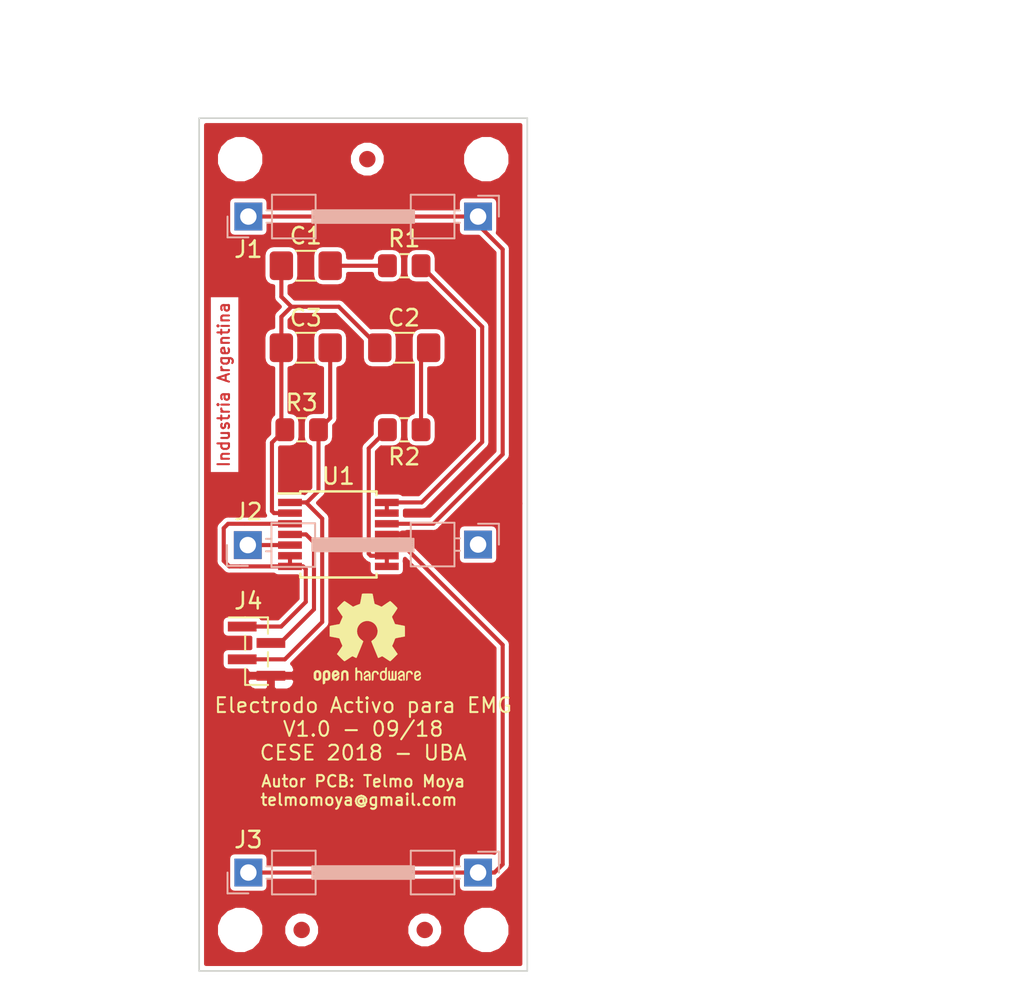
<source format=kicad_pcb>
(kicad_pcb (version 20171130) (host pcbnew "(5.0.0)")

  (general
    (thickness 1.6)
    (drawings 11)
    (tracks 70)
    (zones 0)
    (modules 22)
    (nets 14)
  )

  (page A4)
  (title_block
    (title "Electrodo activo para electromiografía")
    (date 19-09-2018)
    (rev 1)
    (company "Carrera de Especialización de Sistemas Embebidos 6ª Cohorte")
    (comment 1 "Revisor: Jairo Mena")
    (comment 2 "Autor: Telmo Moya")
  )

  (layers
    (0 F.Cu signal)
    (31 B.Cu signal)
    (32 B.Adhes user)
    (33 F.Adhes user)
    (34 B.Paste user)
    (35 F.Paste user)
    (36 B.SilkS user)
    (37 F.SilkS user)
    (38 B.Mask user)
    (39 F.Mask user)
    (40 Dwgs.User user)
    (41 Cmts.User user)
    (42 Eco1.User user)
    (43 Eco2.User user)
    (44 Edge.Cuts user)
    (45 Margin user)
    (46 B.CrtYd user)
    (47 F.CrtYd user)
    (48 B.Fab user)
    (49 F.Fab user)
  )

  (setup
    (last_trace_width 0.25)
    (trace_clearance 0.25)
    (zone_clearance 0.25)
    (zone_45_only no)
    (trace_min 0.2)
    (segment_width 0.2)
    (edge_width 0.2)
    (via_size 0.8)
    (via_drill 0.4)
    (via_min_size 0.4)
    (via_min_drill 0.3)
    (uvia_size 0.3)
    (uvia_drill 0.1)
    (uvias_allowed no)
    (uvia_min_size 0.2)
    (uvia_min_drill 0.1)
    (pcb_text_width 0.3)
    (pcb_text_size 1.5 1.5)
    (mod_edge_width 0.15)
    (mod_text_size 1 1)
    (mod_text_width 0.15)
    (pad_size 1 1)
    (pad_drill 0)
    (pad_to_mask_clearance 0.2)
    (aux_axis_origin 153.25 93.5)
    (visible_elements 7FFFEFFF)
    (pcbplotparams
      (layerselection 0x211a8_7fffffff)
      (usegerberextensions false)
      (usegerberattributes false)
      (usegerberadvancedattributes false)
      (creategerberjobfile true)
      (excludeedgelayer false)
      (linewidth 0.100000)
      (plotframeref false)
      (viasonmask false)
      (mode 1)
      (useauxorigin false)
      (hpglpennumber 1)
      (hpglpenspeed 20)
      (hpglpendiameter 15.000000)
      (psnegative false)
      (psa4output false)
      (plotreference true)
      (plotvalue true)
      (plotinvisibletext false)
      (padsonsilk false)
      (subtractmaskfromsilk false)
      (outputformat 1)
      (mirror false)
      (drillshape 0)
      (scaleselection 1)
      (outputdirectory "gerber/"))
  )

  (net 0 "")
  (net 1 "Net-(C1-Pad2)")
  (net 2 "Net-(C1-Pad1)")
  (net 3 /Vo-)
  (net 4 /Vo+)
  (net 5 /Vb)
  (net 6 VCC)
  (net 7 /Vc)
  (net 8 GND)
  (net 9 /Va)
  (net 10 "Net-(C2-Pad1)")
  (net 11 "Net-(R1-Pad2)")
  (net 12 "Net-(J22-Pad1)")
  (net 13 "Net-(R2-Pad2)")

  (net_class Default "Esta es la clase de red por defecto."
    (clearance 0.25)
    (trace_width 0.25)
    (via_dia 0.8)
    (via_drill 0.4)
    (uvia_dia 0.3)
    (uvia_drill 0.1)
    (add_net /Va)
    (add_net /Vb)
    (add_net /Vc)
    (add_net /Vo+)
    (add_net /Vo-)
    (add_net GND)
    (add_net "Net-(C1-Pad1)")
    (add_net "Net-(C1-Pad2)")
    (add_net "Net-(C2-Pad1)")
    (add_net "Net-(J22-Pad1)")
    (add_net "Net-(R1-Pad2)")
    (add_net "Net-(R2-Pad2)")
    (add_net VCC)
  )

  (module lib:OSHW-Logo2_7.3x6mm_SilkScreen (layer F.Cu) (tedit 0) (tstamp 5BFD296A)
    (at 157.25 75.75)
    (descr "Open Source Hardware Symbol")
    (tags "Logo Symbol OSHW")
    (attr virtual)
    (fp_text reference REF** (at 0 0) (layer F.SilkS) hide
      (effects (font (size 1 1) (thickness 0.15)))
    )
    (fp_text value OSHW-Logo2_7.3x6mm_SilkScreen (at 0.75 0) (layer F.Fab) hide
      (effects (font (size 1 1) (thickness 0.15)))
    )
    (fp_poly (pts (xy 0.10391 -2.757652) (xy 0.182454 -2.757222) (xy 0.239298 -2.756058) (xy 0.278105 -2.753793)
      (xy 0.302538 -2.75006) (xy 0.316262 -2.744494) (xy 0.32294 -2.736727) (xy 0.326236 -2.726395)
      (xy 0.326556 -2.725057) (xy 0.331562 -2.700921) (xy 0.340829 -2.653299) (xy 0.353392 -2.587259)
      (xy 0.368287 -2.507872) (xy 0.384551 -2.420204) (xy 0.385119 -2.417125) (xy 0.40141 -2.331211)
      (xy 0.416652 -2.255304) (xy 0.429861 -2.193955) (xy 0.440054 -2.151718) (xy 0.446248 -2.133145)
      (xy 0.446543 -2.132816) (xy 0.464788 -2.123747) (xy 0.502405 -2.108633) (xy 0.551271 -2.090738)
      (xy 0.551543 -2.090642) (xy 0.613093 -2.067507) (xy 0.685657 -2.038035) (xy 0.754057 -2.008403)
      (xy 0.757294 -2.006938) (xy 0.868702 -1.956374) (xy 1.115399 -2.12484) (xy 1.191077 -2.176197)
      (xy 1.259631 -2.222111) (xy 1.317088 -2.25997) (xy 1.359476 -2.287163) (xy 1.382825 -2.301079)
      (xy 1.385042 -2.302111) (xy 1.40201 -2.297516) (xy 1.433701 -2.275345) (xy 1.481352 -2.234553)
      (xy 1.546198 -2.174095) (xy 1.612397 -2.109773) (xy 1.676214 -2.046388) (xy 1.733329 -1.988549)
      (xy 1.780305 -1.939825) (xy 1.813703 -1.90379) (xy 1.830085 -1.884016) (xy 1.830694 -1.882998)
      (xy 1.832505 -1.869428) (xy 1.825683 -1.847267) (xy 1.80854 -1.813522) (xy 1.779393 -1.7652)
      (xy 1.736555 -1.699308) (xy 1.679448 -1.614483) (xy 1.628766 -1.539823) (xy 1.583461 -1.47286)
      (xy 1.54615 -1.417484) (xy 1.519452 -1.37758) (xy 1.505985 -1.357038) (xy 1.505137 -1.355644)
      (xy 1.506781 -1.335962) (xy 1.519245 -1.297707) (xy 1.540048 -1.248111) (xy 1.547462 -1.232272)
      (xy 1.579814 -1.16171) (xy 1.614328 -1.081647) (xy 1.642365 -1.012371) (xy 1.662568 -0.960955)
      (xy 1.678615 -0.921881) (xy 1.687888 -0.901459) (xy 1.689041 -0.899886) (xy 1.706096 -0.897279)
      (xy 1.746298 -0.890137) (xy 1.804302 -0.879477) (xy 1.874763 -0.866315) (xy 1.952335 -0.851667)
      (xy 2.031672 -0.836551) (xy 2.107431 -0.821982) (xy 2.174264 -0.808978) (xy 2.226828 -0.798555)
      (xy 2.259776 -0.79173) (xy 2.267857 -0.789801) (xy 2.276205 -0.785038) (xy 2.282506 -0.774282)
      (xy 2.287045 -0.753902) (xy 2.290104 -0.720266) (xy 2.291967 -0.669745) (xy 2.292918 -0.598708)
      (xy 2.29324 -0.503524) (xy 2.293257 -0.464508) (xy 2.293257 -0.147201) (xy 2.217057 -0.132161)
      (xy 2.174663 -0.124005) (xy 2.1114 -0.112101) (xy 2.034962 -0.097884) (xy 1.953043 -0.08279)
      (xy 1.9304 -0.078645) (xy 1.854806 -0.063947) (xy 1.788953 -0.049495) (xy 1.738366 -0.036625)
      (xy 1.708574 -0.026678) (xy 1.703612 -0.023713) (xy 1.691426 -0.002717) (xy 1.673953 0.037967)
      (xy 1.654577 0.090322) (xy 1.650734 0.1016) (xy 1.625339 0.171523) (xy 1.593817 0.250418)
      (xy 1.562969 0.321266) (xy 1.562817 0.321595) (xy 1.511447 0.432733) (xy 1.680399 0.681253)
      (xy 1.849352 0.929772) (xy 1.632429 1.147058) (xy 1.566819 1.211726) (xy 1.506979 1.268733)
      (xy 1.456267 1.315033) (xy 1.418046 1.347584) (xy 1.395675 1.363343) (xy 1.392466 1.364343)
      (xy 1.373626 1.356469) (xy 1.33518 1.334578) (xy 1.28133 1.301267) (xy 1.216276 1.259131)
      (xy 1.14594 1.211943) (xy 1.074555 1.16381) (xy 1.010908 1.121928) (xy 0.959041 1.088871)
      (xy 0.922995 1.067218) (xy 0.906867 1.059543) (xy 0.887189 1.066037) (xy 0.849875 1.08315)
      (xy 0.802621 1.107326) (xy 0.797612 1.110013) (xy 0.733977 1.141927) (xy 0.690341 1.157579)
      (xy 0.663202 1.157745) (xy 0.649057 1.143204) (xy 0.648975 1.143) (xy 0.641905 1.125779)
      (xy 0.625042 1.084899) (xy 0.599695 1.023525) (xy 0.567171 0.944819) (xy 0.528778 0.851947)
      (xy 0.485822 0.748072) (xy 0.444222 0.647502) (xy 0.398504 0.536516) (xy 0.356526 0.433703)
      (xy 0.319548 0.342215) (xy 0.288827 0.265201) (xy 0.265622 0.205815) (xy 0.25119 0.167209)
      (xy 0.246743 0.1528) (xy 0.257896 0.136272) (xy 0.287069 0.10993) (xy 0.325971 0.080887)
      (xy 0.436757 -0.010961) (xy 0.523351 -0.116241) (xy 0.584716 -0.232734) (xy 0.619815 -0.358224)
      (xy 0.627608 -0.490493) (xy 0.621943 -0.551543) (xy 0.591078 -0.678205) (xy 0.53792 -0.790059)
      (xy 0.465767 -0.885999) (xy 0.377917 -0.964924) (xy 0.277665 -1.02573) (xy 0.16831 -1.067313)
      (xy 0.053147 -1.088572) (xy -0.064525 -1.088401) (xy -0.18141 -1.065699) (xy -0.294211 -1.019362)
      (xy -0.399631 -0.948287) (xy -0.443632 -0.908089) (xy -0.528021 -0.804871) (xy -0.586778 -0.692075)
      (xy -0.620296 -0.57299) (xy -0.628965 -0.450905) (xy -0.613177 -0.329107) (xy -0.573322 -0.210884)
      (xy -0.509793 -0.099525) (xy -0.422979 0.001684) (xy -0.325971 0.080887) (xy -0.285563 0.111162)
      (xy -0.257018 0.137219) (xy -0.246743 0.152825) (xy -0.252123 0.169843) (xy -0.267425 0.2105)
      (xy -0.291388 0.271642) (xy -0.322756 0.350119) (xy -0.360268 0.44278) (xy -0.402667 0.546472)
      (xy -0.444337 0.647526) (xy -0.49031 0.758607) (xy -0.532893 0.861541) (xy -0.570779 0.953165)
      (xy -0.60266 1.030316) (xy -0.627229 1.089831) (xy -0.64318 1.128544) (xy -0.64909 1.143)
      (xy -0.663052 1.157685) (xy -0.69006 1.157642) (xy -0.733587 1.142099) (xy -0.79711 1.110284)
      (xy -0.797612 1.110013) (xy -0.84544 1.085323) (xy -0.884103 1.067338) (xy -0.905905 1.059614)
      (xy -0.906867 1.059543) (xy -0.923279 1.067378) (xy -0.959513 1.089165) (xy -1.011526 1.122328)
      (xy -1.075275 1.164291) (xy -1.14594 1.211943) (xy -1.217884 1.260191) (xy -1.282726 1.302151)
      (xy -1.336265 1.335227) (xy -1.374303 1.356821) (xy -1.392467 1.364343) (xy -1.409192 1.354457)
      (xy -1.44282 1.326826) (xy -1.48999 1.284495) (xy -1.547342 1.230505) (xy -1.611516 1.167899)
      (xy -1.632503 1.146983) (xy -1.849501 0.929623) (xy -1.684332 0.68722) (xy -1.634136 0.612781)
      (xy -1.590081 0.545972) (xy -1.554638 0.490665) (xy -1.530281 0.450729) (xy -1.519478 0.430036)
      (xy -1.519162 0.428563) (xy -1.524857 0.409058) (xy -1.540174 0.369822) (xy -1.562463 0.31743)
      (xy -1.578107 0.282355) (xy -1.607359 0.215201) (xy -1.634906 0.147358) (xy -1.656263 0.090034)
      (xy -1.662065 0.072572) (xy -1.678548 0.025938) (xy -1.69466 -0.010095) (xy -1.70351 -0.023713)
      (xy -1.72304 -0.032048) (xy -1.765666 -0.043863) (xy -1.825855 -0.057819) (xy -1.898078 -0.072578)
      (xy -1.9304 -0.078645) (xy -2.012478 -0.093727) (xy -2.091205 -0.108331) (xy -2.158891 -0.12102)
      (xy -2.20784 -0.130358) (xy -2.217057 -0.132161) (xy -2.293257 -0.147201) (xy -2.293257 -0.464508)
      (xy -2.293086 -0.568846) (xy -2.292384 -0.647787) (xy -2.290866 -0.704962) (xy -2.288251 -0.744001)
      (xy -2.284254 -0.768535) (xy -2.278591 -0.782195) (xy -2.27098 -0.788611) (xy -2.267857 -0.789801)
      (xy -2.249022 -0.79402) (xy -2.207412 -0.802438) (xy -2.14837 -0.814039) (xy -2.077243 -0.827805)
      (xy -1.999375 -0.84272) (xy -1.920113 -0.857768) (xy -1.844802 -0.871931) (xy -1.778787 -0.884194)
      (xy -1.727413 -0.893539) (xy -1.696025 -0.89895) (xy -1.689041 -0.899886) (xy -1.682715 -0.912404)
      (xy -1.66871 -0.945754) (xy -1.649645 -0.993623) (xy -1.642366 -1.012371) (xy -1.613004 -1.084805)
      (xy -1.578429 -1.16483) (xy -1.547463 -1.232272) (xy -1.524677 -1.283841) (xy -1.509518 -1.326215)
      (xy -1.504458 -1.352166) (xy -1.505264 -1.355644) (xy -1.515959 -1.372064) (xy -1.54038 -1.408583)
      (xy -1.575905 -1.461313) (xy -1.619913 -1.526365) (xy -1.669783 -1.599849) (xy -1.679644 -1.614355)
      (xy -1.737508 -1.700296) (xy -1.780044 -1.765739) (xy -1.808946 -1.813696) (xy -1.82591 -1.84718)
      (xy -1.832633 -1.869205) (xy -1.83081 -1.882783) (xy -1.830764 -1.882869) (xy -1.816414 -1.900703)
      (xy -1.784677 -1.935183) (xy -1.73899 -1.982732) (xy -1.682796 -2.039778) (xy -1.619532 -2.102745)
      (xy -1.612398 -2.109773) (xy -1.53267 -2.18698) (xy -1.471143 -2.24367) (xy -1.426579 -2.28089)
      (xy -1.397743 -2.299685) (xy -1.385042 -2.302111) (xy -1.366506 -2.291529) (xy -1.328039 -2.267084)
      (xy -1.273614 -2.231388) (xy -1.207202 -2.187053) (xy -1.132775 -2.136689) (xy -1.115399 -2.12484)
      (xy -0.868703 -1.956374) (xy -0.757294 -2.006938) (xy -0.689543 -2.036405) (xy -0.616817 -2.066041)
      (xy -0.554297 -2.08967) (xy -0.551543 -2.090642) (xy -0.50264 -2.108543) (xy -0.464943 -2.12368)
      (xy -0.446575 -2.13279) (xy -0.446544 -2.132816) (xy -0.440715 -2.149283) (xy -0.430808 -2.189781)
      (xy -0.417805 -2.249758) (xy -0.402691 -2.32466) (xy -0.386448 -2.409936) (xy -0.385119 -2.417125)
      (xy -0.368825 -2.504986) (xy -0.353867 -2.58474) (xy -0.341209 -2.651319) (xy -0.331814 -2.699653)
      (xy -0.326646 -2.724675) (xy -0.326556 -2.725057) (xy -0.323411 -2.735701) (xy -0.317296 -2.743738)
      (xy -0.304547 -2.749533) (xy -0.2815 -2.753453) (xy -0.244491 -2.755865) (xy -0.189856 -2.757135)
      (xy -0.113933 -2.757629) (xy -0.013056 -2.757714) (xy 0 -2.757714) (xy 0.10391 -2.757652)) (layer F.SilkS) (width 0.01))
    (fp_poly (pts (xy 3.153595 1.966966) (xy 3.211021 2.004497) (xy 3.238719 2.038096) (xy 3.260662 2.099064)
      (xy 3.262405 2.147308) (xy 3.258457 2.211816) (xy 3.109686 2.276934) (xy 3.037349 2.310202)
      (xy 2.990084 2.336964) (xy 2.965507 2.360144) (xy 2.961237 2.382667) (xy 2.974889 2.407455)
      (xy 2.989943 2.423886) (xy 3.033746 2.450235) (xy 3.081389 2.452081) (xy 3.125145 2.431546)
      (xy 3.157289 2.390752) (xy 3.163038 2.376347) (xy 3.190576 2.331356) (xy 3.222258 2.312182)
      (xy 3.265714 2.295779) (xy 3.265714 2.357966) (xy 3.261872 2.400283) (xy 3.246823 2.435969)
      (xy 3.21528 2.476943) (xy 3.210592 2.482267) (xy 3.175506 2.51872) (xy 3.145347 2.538283)
      (xy 3.107615 2.547283) (xy 3.076335 2.55023) (xy 3.020385 2.550965) (xy 2.980555 2.54166)
      (xy 2.955708 2.527846) (xy 2.916656 2.497467) (xy 2.889625 2.464613) (xy 2.872517 2.423294)
      (xy 2.863238 2.367521) (xy 2.859693 2.291305) (xy 2.85941 2.252622) (xy 2.860372 2.206247)
      (xy 2.948007 2.206247) (xy 2.949023 2.231126) (xy 2.951556 2.2352) (xy 2.968274 2.229665)
      (xy 3.004249 2.215017) (xy 3.052331 2.19419) (xy 3.062386 2.189714) (xy 3.123152 2.158814)
      (xy 3.156632 2.131657) (xy 3.16399 2.10622) (xy 3.146391 2.080481) (xy 3.131856 2.069109)
      (xy 3.07941 2.046364) (xy 3.030322 2.050122) (xy 2.989227 2.077884) (xy 2.960758 2.127152)
      (xy 2.951631 2.166257) (xy 2.948007 2.206247) (xy 2.860372 2.206247) (xy 2.861285 2.162249)
      (xy 2.868196 2.095384) (xy 2.881884 2.046695) (xy 2.904096 2.010849) (xy 2.936574 1.982513)
      (xy 2.950733 1.973355) (xy 3.015053 1.949507) (xy 3.085473 1.948006) (xy 3.153595 1.966966)) (layer F.SilkS) (width 0.01))
    (fp_poly (pts (xy 2.6526 1.958752) (xy 2.669948 1.966334) (xy 2.711356 1.999128) (xy 2.746765 2.046547)
      (xy 2.768664 2.097151) (xy 2.772229 2.122098) (xy 2.760279 2.156927) (xy 2.734067 2.175357)
      (xy 2.705964 2.186516) (xy 2.693095 2.188572) (xy 2.686829 2.173649) (xy 2.674456 2.141175)
      (xy 2.669028 2.126502) (xy 2.63859 2.075744) (xy 2.59452 2.050427) (xy 2.53801 2.051206)
      (xy 2.533825 2.052203) (xy 2.503655 2.066507) (xy 2.481476 2.094393) (xy 2.466327 2.139287)
      (xy 2.45725 2.204615) (xy 2.453286 2.293804) (xy 2.452914 2.341261) (xy 2.45273 2.416071)
      (xy 2.451522 2.467069) (xy 2.448309 2.499471) (xy 2.442109 2.518495) (xy 2.43194 2.529356)
      (xy 2.416819 2.537272) (xy 2.415946 2.53767) (xy 2.386828 2.549981) (xy 2.372403 2.554514)
      (xy 2.370186 2.540809) (xy 2.368289 2.502925) (xy 2.366847 2.445715) (xy 2.365998 2.374027)
      (xy 2.365829 2.321565) (xy 2.366692 2.220047) (xy 2.37007 2.143032) (xy 2.377142 2.086023)
      (xy 2.389088 2.044526) (xy 2.40709 2.014043) (xy 2.432327 1.99008) (xy 2.457247 1.973355)
      (xy 2.517171 1.951097) (xy 2.586911 1.946076) (xy 2.6526 1.958752)) (layer F.SilkS) (width 0.01))
    (fp_poly (pts (xy 2.144876 1.956335) (xy 2.186667 1.975344) (xy 2.219469 1.998378) (xy 2.243503 2.024133)
      (xy 2.260097 2.057358) (xy 2.270577 2.1028) (xy 2.276271 2.165207) (xy 2.278507 2.249327)
      (xy 2.278743 2.304721) (xy 2.278743 2.520826) (xy 2.241774 2.53767) (xy 2.212656 2.549981)
      (xy 2.198231 2.554514) (xy 2.195472 2.541025) (xy 2.193282 2.504653) (xy 2.191942 2.451542)
      (xy 2.191657 2.409372) (xy 2.190434 2.348447) (xy 2.187136 2.300115) (xy 2.182321 2.270518)
      (xy 2.178496 2.264229) (xy 2.152783 2.270652) (xy 2.112418 2.287125) (xy 2.065679 2.309458)
      (xy 2.020845 2.333457) (xy 1.986193 2.35493) (xy 1.970002 2.369685) (xy 1.969938 2.369845)
      (xy 1.97133 2.397152) (xy 1.983818 2.423219) (xy 2.005743 2.444392) (xy 2.037743 2.451474)
      (xy 2.065092 2.450649) (xy 2.103826 2.450042) (xy 2.124158 2.459116) (xy 2.136369 2.483092)
      (xy 2.137909 2.487613) (xy 2.143203 2.521806) (xy 2.129047 2.542568) (xy 2.092148 2.552462)
      (xy 2.052289 2.554292) (xy 1.980562 2.540727) (xy 1.943432 2.521355) (xy 1.897576 2.475845)
      (xy 1.873256 2.419983) (xy 1.871073 2.360957) (xy 1.891629 2.305953) (xy 1.922549 2.271486)
      (xy 1.95342 2.252189) (xy 2.001942 2.227759) (xy 2.058485 2.202985) (xy 2.06791 2.199199)
      (xy 2.130019 2.171791) (xy 2.165822 2.147634) (xy 2.177337 2.123619) (xy 2.16658 2.096635)
      (xy 2.148114 2.075543) (xy 2.104469 2.049572) (xy 2.056446 2.047624) (xy 2.012406 2.067637)
      (xy 1.980709 2.107551) (xy 1.976549 2.117848) (xy 1.952327 2.155724) (xy 1.916965 2.183842)
      (xy 1.872343 2.206917) (xy 1.872343 2.141485) (xy 1.874969 2.101506) (xy 1.88623 2.069997)
      (xy 1.911199 2.036378) (xy 1.935169 2.010484) (xy 1.972441 1.973817) (xy 2.001401 1.954121)
      (xy 2.032505 1.94622) (xy 2.067713 1.944914) (xy 2.144876 1.956335)) (layer F.SilkS) (width 0.01))
    (fp_poly (pts (xy 1.779833 1.958663) (xy 1.782048 1.99685) (xy 1.783784 2.054886) (xy 1.784899 2.12818)
      (xy 1.785257 2.205055) (xy 1.785257 2.465196) (xy 1.739326 2.511127) (xy 1.707675 2.539429)
      (xy 1.67989 2.550893) (xy 1.641915 2.550168) (xy 1.62684 2.548321) (xy 1.579726 2.542948)
      (xy 1.540756 2.539869) (xy 1.531257 2.539585) (xy 1.499233 2.541445) (xy 1.453432 2.546114)
      (xy 1.435674 2.548321) (xy 1.392057 2.551735) (xy 1.362745 2.54432) (xy 1.33368 2.521427)
      (xy 1.323188 2.511127) (xy 1.277257 2.465196) (xy 1.277257 1.978602) (xy 1.314226 1.961758)
      (xy 1.346059 1.949282) (xy 1.364683 1.944914) (xy 1.369458 1.958718) (xy 1.373921 1.997286)
      (xy 1.377775 2.056356) (xy 1.380722 2.131663) (xy 1.382143 2.195286) (xy 1.386114 2.445657)
      (xy 1.420759 2.450556) (xy 1.452268 2.447131) (xy 1.467708 2.436041) (xy 1.472023 2.415308)
      (xy 1.475708 2.371145) (xy 1.478469 2.309146) (xy 1.480012 2.234909) (xy 1.480235 2.196706)
      (xy 1.480457 1.976783) (xy 1.526166 1.960849) (xy 1.558518 1.950015) (xy 1.576115 1.944962)
      (xy 1.576623 1.944914) (xy 1.578388 1.958648) (xy 1.580329 1.99673) (xy 1.582282 2.054482)
      (xy 1.584084 2.127227) (xy 1.585343 2.195286) (xy 1.589314 2.445657) (xy 1.6764 2.445657)
      (xy 1.680396 2.21724) (xy 1.684392 1.988822) (xy 1.726847 1.966868) (xy 1.758192 1.951793)
      (xy 1.776744 1.944951) (xy 1.777279 1.944914) (xy 1.779833 1.958663)) (layer F.SilkS) (width 0.01))
    (fp_poly (pts (xy 1.190117 2.065358) (xy 1.189933 2.173837) (xy 1.189219 2.257287) (xy 1.187675 2.319704)
      (xy 1.185001 2.365085) (xy 1.180894 2.397429) (xy 1.175055 2.420733) (xy 1.167182 2.438995)
      (xy 1.161221 2.449418) (xy 1.111855 2.505945) (xy 1.049264 2.541377) (xy 0.980013 2.55409)
      (xy 0.910668 2.542463) (xy 0.869375 2.521568) (xy 0.826025 2.485422) (xy 0.796481 2.441276)
      (xy 0.778655 2.383462) (xy 0.770463 2.306313) (xy 0.769302 2.249714) (xy 0.769458 2.245647)
      (xy 0.870857 2.245647) (xy 0.871476 2.31055) (xy 0.874314 2.353514) (xy 0.88084 2.381622)
      (xy 0.892523 2.401953) (xy 0.906483 2.417288) (xy 0.953365 2.44689) (xy 1.003701 2.449419)
      (xy 1.051276 2.424705) (xy 1.054979 2.421356) (xy 1.070783 2.403935) (xy 1.080693 2.383209)
      (xy 1.086058 2.352362) (xy 1.088228 2.304577) (xy 1.088571 2.251748) (xy 1.087827 2.185381)
      (xy 1.084748 2.141106) (xy 1.078061 2.112009) (xy 1.066496 2.091173) (xy 1.057013 2.080107)
      (xy 1.01296 2.052198) (xy 0.962224 2.048843) (xy 0.913796 2.070159) (xy 0.90445 2.078073)
      (xy 0.88854 2.095647) (xy 0.87861 2.116587) (xy 0.873278 2.147782) (xy 0.871163 2.196122)
      (xy 0.870857 2.245647) (xy 0.769458 2.245647) (xy 0.77281 2.158568) (xy 0.784726 2.090086)
      (xy 0.807135 2.0386) (xy 0.842124 1.998443) (xy 0.869375 1.977861) (xy 0.918907 1.955625)
      (xy 0.976316 1.945304) (xy 1.029682 1.948067) (xy 1.059543 1.959212) (xy 1.071261 1.962383)
      (xy 1.079037 1.950557) (xy 1.084465 1.918866) (xy 1.088571 1.870593) (xy 1.093067 1.816829)
      (xy 1.099313 1.784482) (xy 1.110676 1.765985) (xy 1.130528 1.75377) (xy 1.143 1.748362)
      (xy 1.190171 1.728601) (xy 1.190117 2.065358)) (layer F.SilkS) (width 0.01))
    (fp_poly (pts (xy 0.529926 1.949755) (xy 0.595858 1.974084) (xy 0.649273 2.017117) (xy 0.670164 2.047409)
      (xy 0.692939 2.102994) (xy 0.692466 2.143186) (xy 0.668562 2.170217) (xy 0.659717 2.174813)
      (xy 0.62153 2.189144) (xy 0.602028 2.185472) (xy 0.595422 2.161407) (xy 0.595086 2.148114)
      (xy 0.582992 2.09921) (xy 0.551471 2.064999) (xy 0.507659 2.048476) (xy 0.458695 2.052634)
      (xy 0.418894 2.074227) (xy 0.40545 2.086544) (xy 0.395921 2.101487) (xy 0.389485 2.124075)
      (xy 0.385317 2.159328) (xy 0.382597 2.212266) (xy 0.380502 2.287907) (xy 0.37996 2.311857)
      (xy 0.377981 2.39379) (xy 0.375731 2.451455) (xy 0.372357 2.489608) (xy 0.367006 2.513004)
      (xy 0.358824 2.526398) (xy 0.346959 2.534545) (xy 0.339362 2.538144) (xy 0.307102 2.550452)
      (xy 0.288111 2.554514) (xy 0.281836 2.540948) (xy 0.278006 2.499934) (xy 0.2766 2.430999)
      (xy 0.277598 2.333669) (xy 0.277908 2.318657) (xy 0.280101 2.229859) (xy 0.282693 2.165019)
      (xy 0.286382 2.119067) (xy 0.291864 2.086935) (xy 0.299835 2.063553) (xy 0.310993 2.043852)
      (xy 0.31683 2.03541) (xy 0.350296 1.998057) (xy 0.387727 1.969003) (xy 0.392309 1.966467)
      (xy 0.459426 1.946443) (xy 0.529926 1.949755)) (layer F.SilkS) (width 0.01))
    (fp_poly (pts (xy 0.039744 1.950968) (xy 0.096616 1.972087) (xy 0.097267 1.972493) (xy 0.13244 1.99838)
      (xy 0.158407 2.028633) (xy 0.17667 2.068058) (xy 0.188732 2.121462) (xy 0.196096 2.193651)
      (xy 0.200264 2.289432) (xy 0.200629 2.303078) (xy 0.205876 2.508842) (xy 0.161716 2.531678)
      (xy 0.129763 2.54711) (xy 0.11047 2.554423) (xy 0.109578 2.554514) (xy 0.106239 2.541022)
      (xy 0.103587 2.504626) (xy 0.101956 2.451452) (xy 0.1016 2.408393) (xy 0.101592 2.338641)
      (xy 0.098403 2.294837) (xy 0.087288 2.273944) (xy 0.063501 2.272925) (xy 0.022296 2.288741)
      (xy -0.039914 2.317815) (xy -0.085659 2.341963) (xy -0.109187 2.362913) (xy -0.116104 2.385747)
      (xy -0.116114 2.386877) (xy -0.104701 2.426212) (xy -0.070908 2.447462) (xy -0.019191 2.450539)
      (xy 0.018061 2.450006) (xy 0.037703 2.460735) (xy 0.049952 2.486505) (xy 0.057002 2.519337)
      (xy 0.046842 2.537966) (xy 0.043017 2.540632) (xy 0.007001 2.55134) (xy -0.043434 2.552856)
      (xy -0.095374 2.545759) (xy -0.132178 2.532788) (xy -0.183062 2.489585) (xy -0.211986 2.429446)
      (xy -0.217714 2.382462) (xy -0.213343 2.340082) (xy -0.197525 2.305488) (xy -0.166203 2.274763)
      (xy -0.115322 2.24399) (xy -0.040824 2.209252) (xy -0.036286 2.207288) (xy 0.030821 2.176287)
      (xy 0.072232 2.150862) (xy 0.089981 2.128014) (xy 0.086107 2.104745) (xy 0.062643 2.078056)
      (xy 0.055627 2.071914) (xy 0.00863 2.0481) (xy -0.040067 2.049103) (xy -0.082478 2.072451)
      (xy -0.110616 2.115675) (xy -0.113231 2.12416) (xy -0.138692 2.165308) (xy -0.170999 2.185128)
      (xy -0.217714 2.20477) (xy -0.217714 2.15395) (xy -0.203504 2.080082) (xy -0.161325 2.012327)
      (xy -0.139376 1.989661) (xy -0.089483 1.960569) (xy -0.026033 1.9474) (xy 0.039744 1.950968)) (layer F.SilkS) (width 0.01))
    (fp_poly (pts (xy -0.624114 1.851289) (xy -0.619861 1.910613) (xy -0.614975 1.945572) (xy -0.608205 1.96082)
      (xy -0.598298 1.961015) (xy -0.595086 1.959195) (xy -0.552356 1.946015) (xy -0.496773 1.946785)
      (xy -0.440263 1.960333) (xy -0.404918 1.977861) (xy -0.368679 2.005861) (xy -0.342187 2.037549)
      (xy -0.324001 2.077813) (xy -0.312678 2.131543) (xy -0.306778 2.203626) (xy -0.304857 2.298951)
      (xy -0.304823 2.317237) (xy -0.3048 2.522646) (xy -0.350509 2.53858) (xy -0.382973 2.54942)
      (xy -0.400785 2.554468) (xy -0.401309 2.554514) (xy -0.403063 2.540828) (xy -0.404556 2.503076)
      (xy -0.405674 2.446224) (xy -0.406303 2.375234) (xy -0.4064 2.332073) (xy -0.406602 2.246973)
      (xy -0.407642 2.185981) (xy -0.410169 2.144177) (xy -0.414836 2.116642) (xy -0.422293 2.098456)
      (xy -0.433189 2.084698) (xy -0.439993 2.078073) (xy -0.486728 2.051375) (xy -0.537728 2.049375)
      (xy -0.583999 2.071955) (xy -0.592556 2.080107) (xy -0.605107 2.095436) (xy -0.613812 2.113618)
      (xy -0.619369 2.139909) (xy -0.622474 2.179562) (xy -0.623824 2.237832) (xy -0.624114 2.318173)
      (xy -0.624114 2.522646) (xy -0.669823 2.53858) (xy -0.702287 2.54942) (xy -0.720099 2.554468)
      (xy -0.720623 2.554514) (xy -0.721963 2.540623) (xy -0.723172 2.501439) (xy -0.724199 2.4407)
      (xy -0.724998 2.362141) (xy -0.725519 2.269498) (xy -0.725714 2.166509) (xy -0.725714 1.769342)
      (xy -0.678543 1.749444) (xy -0.631371 1.729547) (xy -0.624114 1.851289)) (layer F.SilkS) (width 0.01))
    (fp_poly (pts (xy -1.831697 1.931239) (xy -1.774473 1.969735) (xy -1.730251 2.025335) (xy -1.703833 2.096086)
      (xy -1.69849 2.148162) (xy -1.699097 2.169893) (xy -1.704178 2.186531) (xy -1.718145 2.201437)
      (xy -1.745411 2.217973) (xy -1.790388 2.239498) (xy -1.857489 2.269374) (xy -1.857829 2.269524)
      (xy -1.919593 2.297813) (xy -1.970241 2.322933) (xy -2.004596 2.342179) (xy -2.017482 2.352848)
      (xy -2.017486 2.352934) (xy -2.006128 2.376166) (xy -1.979569 2.401774) (xy -1.949077 2.420221)
      (xy -1.93363 2.423886) (xy -1.891485 2.411212) (xy -1.855192 2.379471) (xy -1.837483 2.344572)
      (xy -1.820448 2.318845) (xy -1.787078 2.289546) (xy -1.747851 2.264235) (xy -1.713244 2.250471)
      (xy -1.706007 2.249714) (xy -1.697861 2.26216) (xy -1.69737 2.293972) (xy -1.703357 2.336866)
      (xy -1.714643 2.382558) (xy -1.73005 2.422761) (xy -1.730829 2.424322) (xy -1.777196 2.489062)
      (xy -1.837289 2.533097) (xy -1.905535 2.554711) (xy -1.976362 2.552185) (xy -2.044196 2.523804)
      (xy -2.047212 2.521808) (xy -2.100573 2.473448) (xy -2.13566 2.410352) (xy -2.155078 2.327387)
      (xy -2.157684 2.304078) (xy -2.162299 2.194055) (xy -2.156767 2.142748) (xy -2.017486 2.142748)
      (xy -2.015676 2.174753) (xy -2.005778 2.184093) (xy -1.981102 2.177105) (xy -1.942205 2.160587)
      (xy -1.898725 2.139881) (xy -1.897644 2.139333) (xy -1.860791 2.119949) (xy -1.846 2.107013)
      (xy -1.849647 2.093451) (xy -1.865005 2.075632) (xy -1.904077 2.049845) (xy -1.946154 2.04795)
      (xy -1.983897 2.066717) (xy -2.009966 2.102915) (xy -2.017486 2.142748) (xy -2.156767 2.142748)
      (xy -2.152806 2.106027) (xy -2.12845 2.036212) (xy -2.094544 1.987302) (xy -2.033347 1.937878)
      (xy -1.965937 1.913359) (xy -1.89712 1.911797) (xy -1.831697 1.931239)) (layer F.SilkS) (width 0.01))
    (fp_poly (pts (xy -2.958885 1.921962) (xy -2.890855 1.957733) (xy -2.840649 2.015301) (xy -2.822815 2.052312)
      (xy -2.808937 2.107882) (xy -2.801833 2.178096) (xy -2.80116 2.254727) (xy -2.806573 2.329552)
      (xy -2.81773 2.394342) (xy -2.834286 2.440873) (xy -2.839374 2.448887) (xy -2.899645 2.508707)
      (xy -2.971231 2.544535) (xy -3.048908 2.55502) (xy -3.127452 2.53881) (xy -3.149311 2.529092)
      (xy -3.191878 2.499143) (xy -3.229237 2.459433) (xy -3.232768 2.454397) (xy -3.247119 2.430124)
      (xy -3.256606 2.404178) (xy -3.26221 2.370022) (xy -3.264914 2.321119) (xy -3.265701 2.250935)
      (xy -3.265714 2.2352) (xy -3.265678 2.230192) (xy -3.120571 2.230192) (xy -3.119727 2.29643)
      (xy -3.116404 2.340386) (xy -3.109417 2.368779) (xy -3.097584 2.388325) (xy -3.091543 2.394857)
      (xy -3.056814 2.41968) (xy -3.023097 2.418548) (xy -2.989005 2.397016) (xy -2.968671 2.374029)
      (xy -2.956629 2.340478) (xy -2.949866 2.287569) (xy -2.949402 2.281399) (xy -2.948248 2.185513)
      (xy -2.960312 2.114299) (xy -2.98543 2.068194) (xy -3.02344 2.047635) (xy -3.037008 2.046514)
      (xy -3.072636 2.052152) (xy -3.097006 2.071686) (xy -3.111907 2.109042) (xy -3.119125 2.16815)
      (xy -3.120571 2.230192) (xy -3.265678 2.230192) (xy -3.265174 2.160413) (xy -3.262904 2.108159)
      (xy -3.257932 2.071949) (xy -3.249287 2.045299) (xy -3.235995 2.021722) (xy -3.233057 2.017338)
      (xy -3.183687 1.958249) (xy -3.129891 1.923947) (xy -3.064398 1.910331) (xy -3.042158 1.909665)
      (xy -2.958885 1.921962)) (layer F.SilkS) (width 0.01))
    (fp_poly (pts (xy -1.283907 1.92778) (xy -1.237328 1.954723) (xy -1.204943 1.981466) (xy -1.181258 2.009484)
      (xy -1.164941 2.043748) (xy -1.154661 2.089227) (xy -1.149086 2.150892) (xy -1.146884 2.233711)
      (xy -1.146629 2.293246) (xy -1.146629 2.512391) (xy -1.208314 2.540044) (xy -1.27 2.567697)
      (xy -1.277257 2.32767) (xy -1.280256 2.238028) (xy -1.283402 2.172962) (xy -1.287299 2.128026)
      (xy -1.292553 2.09877) (xy -1.299769 2.080748) (xy -1.30955 2.069511) (xy -1.312688 2.067079)
      (xy -1.360239 2.048083) (xy -1.408303 2.0556) (xy -1.436914 2.075543) (xy -1.448553 2.089675)
      (xy -1.456609 2.10822) (xy -1.461729 2.136334) (xy -1.464559 2.179173) (xy -1.465744 2.241895)
      (xy -1.465943 2.307261) (xy -1.465982 2.389268) (xy -1.467386 2.447316) (xy -1.472086 2.486465)
      (xy -1.482013 2.51178) (xy -1.499097 2.528323) (xy -1.525268 2.541156) (xy -1.560225 2.554491)
      (xy -1.598404 2.569007) (xy -1.593859 2.311389) (xy -1.592029 2.218519) (xy -1.589888 2.149889)
      (xy -1.586819 2.100711) (xy -1.582206 2.066198) (xy -1.575432 2.041562) (xy -1.565881 2.022016)
      (xy -1.554366 2.00477) (xy -1.49881 1.94968) (xy -1.43102 1.917822) (xy -1.357287 1.910191)
      (xy -1.283907 1.92778)) (layer F.SilkS) (width 0.01))
    (fp_poly (pts (xy -2.400256 1.919918) (xy -2.344799 1.947568) (xy -2.295852 1.99848) (xy -2.282371 2.017338)
      (xy -2.267686 2.042015) (xy -2.258158 2.068816) (xy -2.252707 2.104587) (xy -2.250253 2.156169)
      (xy -2.249714 2.224267) (xy -2.252148 2.317588) (xy -2.260606 2.387657) (xy -2.276826 2.439931)
      (xy -2.302546 2.479869) (xy -2.339503 2.512929) (xy -2.342218 2.514886) (xy -2.37864 2.534908)
      (xy -2.422498 2.544815) (xy -2.478276 2.547257) (xy -2.568952 2.547257) (xy -2.56899 2.635283)
      (xy -2.569834 2.684308) (xy -2.574976 2.713065) (xy -2.588413 2.730311) (xy -2.614142 2.744808)
      (xy -2.620321 2.747769) (xy -2.649236 2.761648) (xy -2.671624 2.770414) (xy -2.688271 2.771171)
      (xy -2.699964 2.761023) (xy -2.70749 2.737073) (xy -2.711634 2.696426) (xy -2.713185 2.636186)
      (xy -2.712929 2.553455) (xy -2.711651 2.445339) (xy -2.711252 2.413) (xy -2.709815 2.301524)
      (xy -2.708528 2.228603) (xy -2.569029 2.228603) (xy -2.568245 2.290499) (xy -2.56476 2.330997)
      (xy -2.556876 2.357708) (xy -2.542895 2.378244) (xy -2.533403 2.38826) (xy -2.494596 2.417567)
      (xy -2.460237 2.419952) (xy -2.424784 2.39575) (xy -2.423886 2.394857) (xy -2.409461 2.376153)
      (xy -2.400687 2.350732) (xy -2.396261 2.311584) (xy -2.394882 2.251697) (xy -2.394857 2.23843)
      (xy -2.398188 2.155901) (xy -2.409031 2.098691) (xy -2.42866 2.063766) (xy -2.45835 2.048094)
      (xy -2.475509 2.046514) (xy -2.516234 2.053926) (xy -2.544168 2.07833) (xy -2.560983 2.12298)
      (xy -2.56835 2.19113) (xy -2.569029 2.228603) (xy -2.708528 2.228603) (xy -2.708292 2.215245)
      (xy -2.706323 2.150333) (xy -2.70355 2.102958) (xy -2.699612 2.06929) (xy -2.694151 2.045498)
      (xy -2.686808 2.027753) (xy -2.677223 2.012224) (xy -2.673113 2.006381) (xy -2.618595 1.951185)
      (xy -2.549664 1.91989) (xy -2.469928 1.911165) (xy -2.400256 1.919918)) (layer F.SilkS) (width 0.01))
  )

  (module Package_SO:TSSOP-14_4.4x5mm_P0.65mm (layer F.Cu) (tedit 5BE759A5) (tstamp 5BE5B889)
    (at 155.487801 69.382901)
    (descr "14-Lead Plastic Thin Shrink Small Outline (ST)-4.4 mm Body [TSSOP] (see Microchip Packaging Specification 00000049BS.pdf)")
    (tags "SSOP 0.65")
    (path /5BD8FB55)
    (clearance 0.2)
    (attr smd)
    (fp_text reference U1 (at 0 -3.55) (layer F.SilkS)
      (effects (font (size 1 1) (thickness 0.15)))
    )
    (fp_text value OPA4243 (at 0 3.55) (layer F.Fab)
      (effects (font (size 1 1) (thickness 0.15)))
    )
    (fp_text user %R (at 0 0) (layer F.Fab)
      (effects (font (size 0.8 0.8) (thickness 0.15)))
    )
    (fp_line (start -2.325 -2.5) (end -3.675 -2.5) (layer F.SilkS) (width 0.15))
    (fp_line (start -2.325 2.625) (end 2.325 2.625) (layer F.SilkS) (width 0.15))
    (fp_line (start -2.325 -2.625) (end 2.325 -2.625) (layer F.SilkS) (width 0.15))
    (fp_line (start -2.325 2.625) (end -2.325 2.4) (layer F.SilkS) (width 0.15))
    (fp_line (start 2.325 2.625) (end 2.325 2.4) (layer F.SilkS) (width 0.15))
    (fp_line (start 2.325 -2.625) (end 2.325 -2.4) (layer F.SilkS) (width 0.15))
    (fp_line (start -2.325 -2.625) (end -2.325 -2.5) (layer F.SilkS) (width 0.15))
    (fp_line (start -3.95 2.8) (end 3.95 2.8) (layer F.CrtYd) (width 0.05))
    (fp_line (start -3.95 -2.8) (end 3.95 -2.8) (layer F.CrtYd) (width 0.05))
    (fp_line (start 3.95 -2.8) (end 3.95 2.8) (layer F.CrtYd) (width 0.05))
    (fp_line (start -3.95 -2.8) (end -3.95 2.8) (layer F.CrtYd) (width 0.05))
    (fp_line (start -2.2 -1.5) (end -1.2 -2.5) (layer F.Fab) (width 0.15))
    (fp_line (start -2.2 2.5) (end -2.2 -1.5) (layer F.Fab) (width 0.15))
    (fp_line (start 2.2 2.5) (end -2.2 2.5) (layer F.Fab) (width 0.15))
    (fp_line (start 2.2 -2.5) (end 2.2 2.5) (layer F.Fab) (width 0.15))
    (fp_line (start -1.2 -2.5) (end 2.2 -2.5) (layer F.Fab) (width 0.15))
    (pad 14 smd rect (at 2.95 -1.95) (size 1.45 0.45) (layers F.Cu F.Paste F.Mask)
      (net 11 "Net-(R1-Pad2)"))
    (pad 13 smd rect (at 2.95 -1.3) (size 1.45 0.45) (layers F.Cu F.Paste F.Mask)
      (net 11 "Net-(R1-Pad2)"))
    (pad 12 smd rect (at 2.95 -0.65) (size 1.45 0.45) (layers F.Cu F.Paste F.Mask)
      (net 9 /Va))
    (pad 11 smd rect (at 2.95 0) (size 1.45 0.45) (layers F.Cu F.Paste F.Mask)
      (net 8 GND))
    (pad 10 smd rect (at 2.95 0.65) (size 1.45 0.45) (layers F.Cu F.Paste F.Mask)
      (net 7 /Vc))
    (pad 9 smd rect (at 2.95 1.3) (size 1.45 0.45) (layers F.Cu F.Paste F.Mask)
      (net 13 "Net-(R2-Pad2)"))
    (pad 8 smd rect (at 2.95 1.95) (size 1.45 0.45) (layers F.Cu F.Paste F.Mask)
      (net 13 "Net-(R2-Pad2)"))
    (pad 7 smd rect (at -2.95 1.95) (size 1.45 0.45) (layers F.Cu F.Paste F.Mask)
      (net 4 /Vo+))
    (pad 6 smd rect (at -2.95 1.3) (size 1.45 0.45) (layers F.Cu F.Paste F.Mask)
      (net 4 /Vo+))
    (pad 5 smd rect (at -2.95 0.65) (size 1.45 0.45) (layers F.Cu F.Paste F.Mask)
      (net 5 /Vb))
    (pad 4 smd rect (at -2.95 0) (size 1.45 0.45) (layers F.Cu F.Paste F.Mask)
      (net 6 VCC))
    (pad 3 smd rect (at -2.95 -0.65) (size 1.45 0.45) (layers F.Cu F.Paste F.Mask)
      (net 4 /Vo+))
    (pad 2 smd rect (at -2.95 -1.3) (size 1.45 0.45) (layers F.Cu F.Paste F.Mask)
      (net 2 "Net-(C1-Pad1)"))
    (pad 1 smd rect (at -2.95 -1.95) (size 1.45 0.45) (layers F.Cu F.Paste F.Mask)
      (net 3 /Vo-))
    (model ${KISYS3DMOD}/Package_SO.3dshapes/TSSOP-14_4.4x5mm_P0.65mm.wrl
      (at (xyz 0 0 0))
      (scale (xyz 1 1 1))
      (rotate (xyz 0 0 0))
    )
  )

  (module Connector_PinHeader_2.54mm:PinHeader_1x01_P2.54mm_Horizontal (layer B.Cu) (tedit 5BE7613E) (tstamp 5BEB7D10)
    (at 150 50)
    (descr "Through hole angled pin header, 1x01, 2.54mm pitch, 6mm pin length, single row")
    (tags "Through hole angled pin header THT 1x01 2.54mm single row")
    (path /5BE50951)
    (fp_text reference J1 (at 0 2) (layer F.SilkS)
      (effects (font (size 1 1) (thickness 0.15)))
    )
    (fp_text value Conn_01x01_Male (at 4.385 -2.27) (layer B.Fab)
      (effects (font (size 1 1) (thickness 0.15)) (justify mirror))
    )
    (fp_line (start 2.135 1.27) (end 4.04 1.27) (layer B.Fab) (width 0.1))
    (fp_line (start 4.04 1.27) (end 4.04 -1.27) (layer B.Fab) (width 0.1))
    (fp_line (start 4.04 -1.27) (end 1.5 -1.27) (layer B.Fab) (width 0.1))
    (fp_line (start 1.5 -1.27) (end 1.5 0.635) (layer B.Fab) (width 0.1))
    (fp_line (start 1.5 0.635) (end 2.135 1.27) (layer B.Fab) (width 0.1))
    (fp_line (start -0.32 0.32) (end 1.5 0.32) (layer B.Fab) (width 0.1))
    (fp_line (start -0.32 0.32) (end -0.32 -0.32) (layer B.Fab) (width 0.1))
    (fp_line (start -0.32 -0.32) (end 1.5 -0.32) (layer B.Fab) (width 0.1))
    (fp_line (start 4.04 0.32) (end 10.04 0.32) (layer B.Fab) (width 0.1))
    (fp_line (start 10.04 0.32) (end 10.04 -0.32) (layer B.Fab) (width 0.1))
    (fp_line (start 4.04 -0.32) (end 10.04 -0.32) (layer B.Fab) (width 0.1))
    (fp_line (start 1.44 1.33) (end 1.44 -1.33) (layer B.SilkS) (width 0.12))
    (fp_line (start 1.44 -1.33) (end 4.1 -1.33) (layer B.SilkS) (width 0.12))
    (fp_line (start 4.1 -1.33) (end 4.1 1.33) (layer B.SilkS) (width 0.12))
    (fp_line (start 4.1 1.33) (end 1.44 1.33) (layer B.SilkS) (width 0.12))
    (fp_line (start 4.1 0.38) (end 10.1 0.38) (layer B.SilkS) (width 0.12))
    (fp_line (start 10.1 0.38) (end 10.1 -0.38) (layer B.SilkS) (width 0.12))
    (fp_line (start 10.1 -0.38) (end 4.1 -0.38) (layer B.SilkS) (width 0.12))
    (fp_line (start 4.1 0.32) (end 10.1 0.32) (layer B.SilkS) (width 0.12))
    (fp_line (start 4.1 0.2) (end 10.1 0.2) (layer B.SilkS) (width 0.12))
    (fp_line (start 4.1 0.08) (end 10.1 0.08) (layer B.SilkS) (width 0.12))
    (fp_line (start 4.1 -0.04) (end 10.1 -0.04) (layer B.SilkS) (width 0.12))
    (fp_line (start 4.1 -0.16) (end 10.1 -0.16) (layer B.SilkS) (width 0.12))
    (fp_line (start 4.1 -0.28) (end 10.1 -0.28) (layer B.SilkS) (width 0.12))
    (fp_line (start 1.11 0.38) (end 1.44 0.38) (layer B.SilkS) (width 0.12))
    (fp_line (start 1.11 -0.38) (end 1.44 -0.38) (layer B.SilkS) (width 0.12))
    (fp_line (start -1.27 0) (end -1.27 1.27) (layer B.SilkS) (width 0.12))
    (fp_line (start -1.27 1.27) (end 0 1.27) (layer B.SilkS) (width 0.12))
    (fp_line (start -1.8 1.8) (end -1.8 -1.8) (layer B.CrtYd) (width 0.05))
    (fp_line (start -1.8 -1.8) (end 10.55 -1.8) (layer B.CrtYd) (width 0.05))
    (fp_line (start 10.55 -1.8) (end 10.55 1.8) (layer B.CrtYd) (width 0.05))
    (fp_line (start 10.55 1.8) (end -1.8 1.8) (layer B.CrtYd) (width 0.05))
    (fp_text user %R (at 2.77 0 -90) (layer B.Fab)
      (effects (font (size 1 1) (thickness 0.15)) (justify mirror))
    )
    (pad 1 thru_hole rect (at 0 0) (size 1.7 1.7) (drill 1) (layers *.Cu *.Mask)
      (net 9 /Va))
    (model ${KISYS3DMOD}/Connector_PinHeader_2.54mm.3dshapes/PinHeader_1x01_P2.54mm_Horizontal.wrl
      (at (xyz 0 0 0))
      (scale (xyz 1 1 1))
      (rotate (xyz 0 0 0))
    )
  )

  (module Connector_PinHeader_2.54mm:PinHeader_1x01_P2.54mm_Horizontal (layer B.Cu) (tedit 5BE5A6A2) (tstamp 5C226323)
    (at 150 90)
    (descr "Through hole angled pin header, 1x01, 2.54mm pitch, 6mm pin length, single row")
    (tags "Through hole angled pin header THT 1x01 2.54mm single row")
    (path /5BE50A15)
    (fp_text reference J3 (at 0 -2) (layer F.SilkS)
      (effects (font (size 1 1) (thickness 0.15)))
    )
    (fp_text value Conn_01x01_Male (at 4.385 -2.27) (layer B.Fab)
      (effects (font (size 1 1) (thickness 0.15)) (justify mirror))
    )
    (fp_text user %R (at 2.77 0 -90) (layer B.Fab)
      (effects (font (size 1 1) (thickness 0.15)) (justify mirror))
    )
    (fp_line (start 10.55 1.8) (end -1.8 1.8) (layer B.CrtYd) (width 0.05))
    (fp_line (start 10.55 -1.8) (end 10.55 1.8) (layer B.CrtYd) (width 0.05))
    (fp_line (start -1.8 -1.8) (end 10.55 -1.8) (layer B.CrtYd) (width 0.05))
    (fp_line (start -1.8 1.8) (end -1.8 -1.8) (layer B.CrtYd) (width 0.05))
    (fp_line (start -1.27 1.27) (end 0 1.27) (layer B.SilkS) (width 0.12))
    (fp_line (start -1.27 0) (end -1.27 1.27) (layer B.SilkS) (width 0.12))
    (fp_line (start 1.11 -0.38) (end 1.44 -0.38) (layer B.SilkS) (width 0.12))
    (fp_line (start 1.11 0.38) (end 1.44 0.38) (layer B.SilkS) (width 0.12))
    (fp_line (start 4.1 -0.28) (end 10.1 -0.28) (layer B.SilkS) (width 0.12))
    (fp_line (start 4.1 -0.16) (end 10.1 -0.16) (layer B.SilkS) (width 0.12))
    (fp_line (start 4.1 -0.04) (end 10.1 -0.04) (layer B.SilkS) (width 0.12))
    (fp_line (start 4.1 0.08) (end 10.1 0.08) (layer B.SilkS) (width 0.12))
    (fp_line (start 4.1 0.2) (end 10.1 0.2) (layer B.SilkS) (width 0.12))
    (fp_line (start 4.1 0.32) (end 10.1 0.32) (layer B.SilkS) (width 0.12))
    (fp_line (start 10.1 -0.38) (end 4.1 -0.38) (layer B.SilkS) (width 0.12))
    (fp_line (start 10.1 0.38) (end 10.1 -0.38) (layer B.SilkS) (width 0.12))
    (fp_line (start 4.1 0.38) (end 10.1 0.38) (layer B.SilkS) (width 0.12))
    (fp_line (start 4.1 1.33) (end 1.44 1.33) (layer B.SilkS) (width 0.12))
    (fp_line (start 4.1 -1.33) (end 4.1 1.33) (layer B.SilkS) (width 0.12))
    (fp_line (start 1.44 -1.33) (end 4.1 -1.33) (layer B.SilkS) (width 0.12))
    (fp_line (start 1.44 1.33) (end 1.44 -1.33) (layer B.SilkS) (width 0.12))
    (fp_line (start 4.04 -0.32) (end 10.04 -0.32) (layer B.Fab) (width 0.1))
    (fp_line (start 10.04 0.32) (end 10.04 -0.32) (layer B.Fab) (width 0.1))
    (fp_line (start 4.04 0.32) (end 10.04 0.32) (layer B.Fab) (width 0.1))
    (fp_line (start -0.32 -0.32) (end 1.5 -0.32) (layer B.Fab) (width 0.1))
    (fp_line (start -0.32 0.32) (end -0.32 -0.32) (layer B.Fab) (width 0.1))
    (fp_line (start -0.32 0.32) (end 1.5 0.32) (layer B.Fab) (width 0.1))
    (fp_line (start 1.5 0.635) (end 2.135 1.27) (layer B.Fab) (width 0.1))
    (fp_line (start 1.5 -1.27) (end 1.5 0.635) (layer B.Fab) (width 0.1))
    (fp_line (start 4.04 -1.27) (end 1.5 -1.27) (layer B.Fab) (width 0.1))
    (fp_line (start 4.04 1.27) (end 4.04 -1.27) (layer B.Fab) (width 0.1))
    (fp_line (start 2.135 1.27) (end 4.04 1.27) (layer B.Fab) (width 0.1))
    (pad 1 thru_hole rect (at 0 0) (size 1.7 1.7) (drill 1) (layers *.Cu *.Mask)
      (net 7 /Vc))
    (model ${KISYS3DMOD}/Connector_PinHeader_2.54mm.3dshapes/PinHeader_1x01_P2.54mm_Horizontal.wrl
      (at (xyz 0 0 0))
      (scale (xyz 1 1 1))
      (rotate (xyz 0 0 0))
    )
  )

  (module Capacitor_SMD:C_1206_3216Metric_Pad1.42x1.75mm_HandSolder (layer F.Cu) (tedit 5BE3A177) (tstamp 5BE897AB)
    (at 153.5 53)
    (descr "Capacitor SMD 1206 (3216 Metric), square (rectangular) end terminal, IPC_7351 nominal with elongated pad for handsoldering. (Body size source: http://www.tortai-tech.com/upload/download/2011102023233369053.pdf), generated with kicad-footprint-generator")
    (tags "capacitor handsolder")
    (path /5BD8DE0B)
    (attr smd)
    (fp_text reference C1 (at 0 -1.82) (layer F.SilkS)
      (effects (font (size 1 1) (thickness 0.15)))
    )
    (fp_text value 10uF (at 0 1.82) (layer F.Fab)
      (effects (font (size 1 1) (thickness 0.15)))
    )
    (fp_text user %R (at 0 0) (layer F.Fab)
      (effects (font (size 0.8 0.8) (thickness 0.12)))
    )
    (fp_line (start 2.45 1.12) (end -2.45 1.12) (layer F.CrtYd) (width 0.05))
    (fp_line (start 2.45 -1.12) (end 2.45 1.12) (layer F.CrtYd) (width 0.05))
    (fp_line (start -2.45 -1.12) (end 2.45 -1.12) (layer F.CrtYd) (width 0.05))
    (fp_line (start -2.45 1.12) (end -2.45 -1.12) (layer F.CrtYd) (width 0.05))
    (fp_line (start -0.602064 0.91) (end 0.602064 0.91) (layer F.SilkS) (width 0.12))
    (fp_line (start -0.602064 -0.91) (end 0.602064 -0.91) (layer F.SilkS) (width 0.12))
    (fp_line (start 1.6 0.8) (end -1.6 0.8) (layer F.Fab) (width 0.1))
    (fp_line (start 1.6 -0.8) (end 1.6 0.8) (layer F.Fab) (width 0.1))
    (fp_line (start -1.6 -0.8) (end 1.6 -0.8) (layer F.Fab) (width 0.1))
    (fp_line (start -1.6 0.8) (end -1.6 -0.8) (layer F.Fab) (width 0.1))
    (pad 2 smd roundrect (at 1.4875 0) (size 1.425 1.75) (layers F.Cu F.Paste F.Mask) (roundrect_rratio 0.175439)
      (net 1 "Net-(C1-Pad2)"))
    (pad 1 smd roundrect (at -1.4875 0) (size 1.425 1.75) (layers F.Cu F.Paste F.Mask) (roundrect_rratio 0.175439)
      (net 2 "Net-(C1-Pad1)"))
    (model ${KISYS3DMOD}/Capacitor_SMD.3dshapes/C_1206_3216Metric.wrl
      (at (xyz 0 0 0))
      (scale (xyz 1 1 1))
      (rotate (xyz 0 0 0))
    )
  )

  (module Capacitor_SMD:C_1206_3216Metric_Pad1.42x1.75mm_HandSolder (layer F.Cu) (tedit 5B301BBE) (tstamp 5BE89EE1)
    (at 159.5 58 180)
    (descr "Capacitor SMD 1206 (3216 Metric), square (rectangular) end terminal, IPC_7351 nominal with elongated pad for handsoldering. (Body size source: http://www.tortai-tech.com/upload/download/2011102023233369053.pdf), generated with kicad-footprint-generator")
    (tags "capacitor handsolder")
    (path /5BE1D0DF)
    (attr smd)
    (fp_text reference C2 (at 0.01828 1.82028 180) (layer F.SilkS)
      (effects (font (size 1 1) (thickness 0.15)))
    )
    (fp_text value 10uF (at -0.2535 -1.817 180) (layer F.Fab)
      (effects (font (size 1 1) (thickness 0.15)))
    )
    (fp_line (start -1.6 0.8) (end -1.6 -0.8) (layer F.Fab) (width 0.1))
    (fp_line (start -1.6 -0.8) (end 1.6 -0.8) (layer F.Fab) (width 0.1))
    (fp_line (start 1.6 -0.8) (end 1.6 0.8) (layer F.Fab) (width 0.1))
    (fp_line (start 1.6 0.8) (end -1.6 0.8) (layer F.Fab) (width 0.1))
    (fp_line (start -0.602064 -0.91) (end 0.602064 -0.91) (layer F.SilkS) (width 0.12))
    (fp_line (start -0.602064 0.91) (end 0.602064 0.91) (layer F.SilkS) (width 0.12))
    (fp_line (start -2.45 1.12) (end -2.45 -1.12) (layer F.CrtYd) (width 0.05))
    (fp_line (start -2.45 -1.12) (end 2.45 -1.12) (layer F.CrtYd) (width 0.05))
    (fp_line (start 2.45 -1.12) (end 2.45 1.12) (layer F.CrtYd) (width 0.05))
    (fp_line (start 2.45 1.12) (end -2.45 1.12) (layer F.CrtYd) (width 0.05))
    (fp_text user %R (at 0 0 180) (layer F.Fab)
      (effects (font (size 0.8 0.8) (thickness 0.12)))
    )
    (pad 1 smd roundrect (at -1.4875 0 180) (size 1.425 1.75) (layers F.Cu F.Paste F.Mask) (roundrect_rratio 0.175439)
      (net 10 "Net-(C2-Pad1)"))
    (pad 2 smd roundrect (at 1.4875 0 180) (size 1.425 1.75) (layers F.Cu F.Paste F.Mask) (roundrect_rratio 0.175439)
      (net 2 "Net-(C1-Pad1)"))
    (model ${KISYS3DMOD}/Capacitor_SMD.3dshapes/C_1206_3216Metric.wrl
      (at (xyz 0 0 0))
      (scale (xyz 1 1 1))
      (rotate (xyz 0 0 0))
    )
  )

  (module Capacitor_SMD:C_1206_3216Metric_Pad1.42x1.75mm_HandSolder (layer F.Cu) (tedit 5B301BBE) (tstamp 5BE5B7EE)
    (at 153.5 58)
    (descr "Capacitor SMD 1206 (3216 Metric), square (rectangular) end terminal, IPC_7351 nominal with elongated pad for handsoldering. (Body size source: http://www.tortai-tech.com/upload/download/2011102023233369053.pdf), generated with kicad-footprint-generator")
    (tags "capacitor handsolder")
    (path /5BD8DDEF)
    (attr smd)
    (fp_text reference C3 (at 0 -1.82) (layer F.SilkS)
      (effects (font (size 1 1) (thickness 0.15)))
    )
    (fp_text value 32nF (at 0 1.82) (layer F.Fab)
      (effects (font (size 1 1) (thickness 0.15)))
    )
    (fp_line (start -1.6 0.8) (end -1.6 -0.8) (layer F.Fab) (width 0.1))
    (fp_line (start -1.6 -0.8) (end 1.6 -0.8) (layer F.Fab) (width 0.1))
    (fp_line (start 1.6 -0.8) (end 1.6 0.8) (layer F.Fab) (width 0.1))
    (fp_line (start 1.6 0.8) (end -1.6 0.8) (layer F.Fab) (width 0.1))
    (fp_line (start -0.602064 -0.91) (end 0.602064 -0.91) (layer F.SilkS) (width 0.12))
    (fp_line (start -0.602064 0.91) (end 0.602064 0.91) (layer F.SilkS) (width 0.12))
    (fp_line (start -2.45 1.12) (end -2.45 -1.12) (layer F.CrtYd) (width 0.05))
    (fp_line (start -2.45 -1.12) (end 2.45 -1.12) (layer F.CrtYd) (width 0.05))
    (fp_line (start 2.45 -1.12) (end 2.45 1.12) (layer F.CrtYd) (width 0.05))
    (fp_line (start 2.45 1.12) (end -2.45 1.12) (layer F.CrtYd) (width 0.05))
    (fp_text user %R (at 0 0) (layer F.Fab)
      (effects (font (size 0.8 0.8) (thickness 0.12)))
    )
    (pad 1 smd roundrect (at -1.4875 0) (size 1.425 1.75) (layers F.Cu F.Paste F.Mask) (roundrect_rratio 0.175439)
      (net 2 "Net-(C1-Pad1)"))
    (pad 2 smd roundrect (at 1.4875 0) (size 1.425 1.75) (layers F.Cu F.Paste F.Mask) (roundrect_rratio 0.175439)
      (net 3 /Vo-))
    (model ${KISYS3DMOD}/Capacitor_SMD.3dshapes/C_1206_3216Metric.wrl
      (at (xyz 0 0 0))
      (scale (xyz 1 1 1))
      (rotate (xyz 0 0 0))
    )
  )

  (module PinHeader_1x04_P1.00mm_Vertical_SMD_Pin1Left (layer F.Cu) (tedit 5BE3BE7B) (tstamp 5C20F9C2)
    (at 150.5 76.5)
    (descr "surface-mounted straight pin header, 1x04, 1.00mm pitch, single row, style 1 (pin 1 left)")
    (tags "Surface mounted pin header SMD 1x04 1.00mm single row style1 pin1 left")
    (path /5BE3C397)
    (attr smd)
    (fp_text reference J4 (at -0.5 -3.06) (layer F.SilkS)
      (effects (font (size 1 1) (thickness 0.15)))
    )
    (fp_text value Conn_01x04_Male (at 0 3.06) (layer F.Fab)
      (effects (font (size 1 1) (thickness 0.15)))
    )
    (fp_line (start 0.635 2) (end -0.635 2) (layer F.Fab) (width 0.1))
    (fp_line (start -0.285 -2) (end 0.635 -2) (layer F.Fab) (width 0.1))
    (fp_line (start -0.635 2) (end -0.635 -1.65) (layer F.Fab) (width 0.1))
    (fp_line (start -0.635 -1.65) (end -0.285 -2) (layer F.Fab) (width 0.1))
    (fp_line (start 0.635 -2) (end 0.635 2) (layer F.Fab) (width 0.1))
    (fp_line (start -0.635 -1.65) (end -1.25 -1.65) (layer F.Fab) (width 0.1))
    (fp_line (start -1.25 -1.65) (end -1.25 -1.35) (layer F.Fab) (width 0.1))
    (fp_line (start -1.25 -1.35) (end -0.635 -1.35) (layer F.Fab) (width 0.1))
    (fp_line (start -0.635 0.35) (end -1.25 0.35) (layer F.Fab) (width 0.1))
    (fp_line (start -1.25 0.35) (end -1.25 0.65) (layer F.Fab) (width 0.1))
    (fp_line (start -1.25 0.65) (end -0.635 0.65) (layer F.Fab) (width 0.1))
    (fp_line (start 0.635 -0.65) (end 1.25 -0.65) (layer F.Fab) (width 0.1))
    (fp_line (start 1.25 -0.65) (end 1.25 -0.35) (layer F.Fab) (width 0.1))
    (fp_line (start 1.25 -0.35) (end 0.635 -0.35) (layer F.Fab) (width 0.1))
    (fp_line (start 0.635 1.35) (end 1.25 1.35) (layer F.Fab) (width 0.1))
    (fp_line (start 1.25 1.35) (end 1.25 1.65) (layer F.Fab) (width 0.1))
    (fp_line (start 1.25 1.65) (end 0.635 1.65) (layer F.Fab) (width 0.1))
    (fp_line (start -0.695 -2.06) (end 0.695 -2.06) (layer F.SilkS) (width 0.12))
    (fp_line (start -0.695 2.06) (end 0.695 2.06) (layer F.SilkS) (width 0.12))
    (fp_line (start -0.695 -2.06) (end -1.69 -2.06) (layer F.SilkS) (width 0.12))
    (fp_line (start -0.695 -2.06) (end -0.695 -2.06) (layer F.SilkS) (width 0.12))
    (fp_line (start 0.695 2.06) (end 0.695 2.06) (layer F.SilkS) (width 0.12))
    (fp_line (start 0.695 -2.06) (end 0.695 -1.06) (layer F.SilkS) (width 0.12))
    (fp_line (start 0.695 0.06) (end 0.695 0.94) (layer F.SilkS) (width 0.12))
    (fp_line (start -0.695 -0.94) (end -0.695 -0.06) (layer F.SilkS) (width 0.12))
    (fp_line (start -0.695 1.06) (end -0.695 2.06) (layer F.SilkS) (width 0.12))
    (fp_line (start -2.25 -2.5) (end -2.25 2.5) (layer F.CrtYd) (width 0.05))
    (fp_line (start -2.25 2.5) (end 2.25 2.5) (layer F.CrtYd) (width 0.05))
    (fp_line (start 2.25 2.5) (end 2.25 -2.5) (layer F.CrtYd) (width 0.05))
    (fp_line (start 2.25 -2.5) (end -2.25 -2.5) (layer F.CrtYd) (width 0.05))
    (fp_text user %R (at 0 0 90) (layer F.Fab)
      (effects (font (size 1 1) (thickness 0.15)))
    )
    (pad 1 smd rect (at -0.875 -1.5) (size 1.75 0.6) (layers F.Cu F.Paste F.Mask)
      (net 4 /Vo+))
    (pad 3 smd rect (at -0.875 0.5) (size 1.75 0.6) (layers F.Cu F.Paste F.Mask)
      (net 3 /Vo-))
    (pad 2 smd rect (at 0.875 -0.5) (size 1.75 0.6) (layers F.Cu F.Paste F.Mask)
      (net 6 VCC))
    (pad 4 smd rect (at 0.875 1.5) (size 1.75 0.6) (layers F.Cu F.Paste F.Mask)
      (net 8 GND))
    (model ${KISYS3DMOD}/Connector_PinHeader_1.00mm.3dshapes/PinHeader_1x04_P1.00mm_Vertical_SMD_Pin1Left.wrl
      (at (xyz 0 0 0))
      (scale (xyz 1 1 1))
      (rotate (xyz 0 0 0))
    )
  )

  (module Connector_PinHeader_2.54mm:PinHeader_1x01_P2.54mm_Horizontal (layer B.Cu) (tedit 5BE5A792) (tstamp 5C2262FD)
    (at 149.9671 70.0329)
    (descr "Through hole angled pin header, 1x01, 2.54mm pitch, 6mm pin length, single row")
    (tags "Through hole angled pin header THT 1x01 2.54mm single row")
    (path /5BE50999)
    (fp_text reference J2 (at 0.0329 -2.0329) (layer F.SilkS)
      (effects (font (size 1 1) (thickness 0.15)))
    )
    (fp_text value Conn_01x01_Male (at 4.385 -2.27) (layer B.Fab)
      (effects (font (size 1 1) (thickness 0.15)) (justify mirror))
    )
    (fp_line (start 2.135 1.27) (end 4.04 1.27) (layer B.Fab) (width 0.1))
    (fp_line (start 4.04 1.27) (end 4.04 -1.27) (layer B.Fab) (width 0.1))
    (fp_line (start 4.04 -1.27) (end 1.5 -1.27) (layer B.Fab) (width 0.1))
    (fp_line (start 1.5 -1.27) (end 1.5 0.635) (layer B.Fab) (width 0.1))
    (fp_line (start 1.5 0.635) (end 2.135 1.27) (layer B.Fab) (width 0.1))
    (fp_line (start -0.32 0.32) (end 1.5 0.32) (layer B.Fab) (width 0.1))
    (fp_line (start -0.32 0.32) (end -0.32 -0.32) (layer B.Fab) (width 0.1))
    (fp_line (start -0.32 -0.32) (end 1.5 -0.32) (layer B.Fab) (width 0.1))
    (fp_line (start 4.04 0.32) (end 10.04 0.32) (layer B.Fab) (width 0.1))
    (fp_line (start 10.04 0.32) (end 10.04 -0.32) (layer B.Fab) (width 0.1))
    (fp_line (start 4.04 -0.32) (end 10.04 -0.32) (layer B.Fab) (width 0.1))
    (fp_line (start 1.44 1.33) (end 1.44 -1.33) (layer B.SilkS) (width 0.12))
    (fp_line (start 1.44 -1.33) (end 4.1 -1.33) (layer B.SilkS) (width 0.12))
    (fp_line (start 4.1 -1.33) (end 4.1 1.33) (layer B.SilkS) (width 0.12))
    (fp_line (start 4.1 1.33) (end 1.44 1.33) (layer B.SilkS) (width 0.12))
    (fp_line (start 4.1 0.38) (end 10.1 0.38) (layer B.SilkS) (width 0.12))
    (fp_line (start 10.1 0.38) (end 10.1 -0.38) (layer B.SilkS) (width 0.12))
    (fp_line (start 10.1 -0.38) (end 4.1 -0.38) (layer B.SilkS) (width 0.12))
    (fp_line (start 4.1 0.32) (end 10.1 0.32) (layer B.SilkS) (width 0.12))
    (fp_line (start 4.1 0.2) (end 10.1 0.2) (layer B.SilkS) (width 0.12))
    (fp_line (start 4.1 0.08) (end 10.1 0.08) (layer B.SilkS) (width 0.12))
    (fp_line (start 4.1 -0.04) (end 10.1 -0.04) (layer B.SilkS) (width 0.12))
    (fp_line (start 4.1 -0.16) (end 10.1 -0.16) (layer B.SilkS) (width 0.12))
    (fp_line (start 4.1 -0.28) (end 10.1 -0.28) (layer B.SilkS) (width 0.12))
    (fp_line (start 1.11 0.38) (end 1.44 0.38) (layer B.SilkS) (width 0.12))
    (fp_line (start 1.11 -0.38) (end 1.44 -0.38) (layer B.SilkS) (width 0.12))
    (fp_line (start -1.27 0) (end -1.27 1.27) (layer B.SilkS) (width 0.12))
    (fp_line (start -1.27 1.27) (end 0 1.27) (layer B.SilkS) (width 0.12))
    (fp_line (start -1.8 1.8) (end -1.8 -1.8) (layer B.CrtYd) (width 0.05))
    (fp_line (start -1.8 -1.8) (end 10.55 -1.8) (layer B.CrtYd) (width 0.05))
    (fp_line (start 10.55 -1.8) (end 10.55 1.8) (layer B.CrtYd) (width 0.05))
    (fp_line (start 10.55 1.8) (end -1.8 1.8) (layer B.CrtYd) (width 0.05))
    (fp_text user %R (at 2.77 0 -90) (layer B.Fab)
      (effects (font (size 1 1) (thickness 0.15)) (justify mirror))
    )
    (pad 1 thru_hole rect (at 0 0) (size 1.7 1.7) (drill 1) (layers *.Cu *.Mask)
      (net 5 /Vb))
    (model ${KISYS3DMOD}/Connector_PinHeader_2.54mm.3dshapes/PinHeader_1x01_P2.54mm_Horizontal.wrl
      (at (xyz 0 0 0))
      (scale (xyz 1 1 1))
      (rotate (xyz 0 0 0))
    )
  )

  (module MountingHole:MountingHole_2.2mm_M2 (layer F.Cu) (tedit 5BE72F1D) (tstamp 5BE73B9B)
    (at 149.5 46.5)
    (descr "Mounting Hole 2.2mm, no annular, M2")
    (tags "mounting hole 2.2mm no annular m2")
    (path /5BE8FE40)
    (attr virtual)
    (fp_text reference MH1 (at 0 -3.2) (layer F.SilkS) hide
      (effects (font (size 1 1) (thickness 0.15)))
    )
    (fp_text value MountingHole (at 0 3.2) (layer F.Fab)
      (effects (font (size 1 1) (thickness 0.15)))
    )
    (fp_text user %R (at 0.3 0) (layer F.Fab)
      (effects (font (size 1 1) (thickness 0.15)))
    )
    (fp_circle (center 0 0) (end 2.2 0) (layer Cmts.User) (width 0.15))
    (fp_circle (center 0 0) (end 2.45 0) (layer F.CrtYd) (width 0.05))
    (pad 1 np_thru_hole circle (at 0 0) (size 2.2 2.2) (drill 2.2) (layers *.Cu *.Mask))
  )

  (module MountingHole:MountingHole_2.2mm_M2 (layer F.Cu) (tedit 5BE72F18) (tstamp 5BE73BA3)
    (at 164.5 46.5)
    (descr "Mounting Hole 2.2mm, no annular, M2")
    (tags "mounting hole 2.2mm no annular m2")
    (path /5BE8FF1C)
    (attr virtual)
    (fp_text reference MH2 (at 0 -3.2) (layer F.SilkS) hide
      (effects (font (size 1 1) (thickness 0.15)))
    )
    (fp_text value MountingHole (at 0 3.2) (layer F.Fab)
      (effects (font (size 1 1) (thickness 0.15)))
    )
    (fp_circle (center 0 0) (end 2.45 0) (layer F.CrtYd) (width 0.05))
    (fp_circle (center 0 0) (end 2.2 0) (layer Cmts.User) (width 0.15))
    (fp_text user %R (at 0.3 0) (layer F.Fab)
      (effects (font (size 1 1) (thickness 0.15)))
    )
    (pad 1 np_thru_hole circle (at 0 0) (size 2.2 2.2) (drill 2.2) (layers *.Cu *.Mask))
  )

  (module MountingHole:MountingHole_2.2mm_M2 (layer F.Cu) (tedit 5BE72F01) (tstamp 5BE73BAB)
    (at 149.5 93.5)
    (descr "Mounting Hole 2.2mm, no annular, M2")
    (tags "mounting hole 2.2mm no annular m2")
    (path /5BE8FF6C)
    (attr virtual)
    (fp_text reference MH3 (at 0 -3.2) (layer F.SilkS) hide
      (effects (font (size 1 1) (thickness 0.15)))
    )
    (fp_text value MountingHole (at 0 3.2) (layer F.Fab)
      (effects (font (size 1 1) (thickness 0.15)))
    )
    (fp_text user %R (at 0.3 0) (layer F.Fab)
      (effects (font (size 1 1) (thickness 0.15)))
    )
    (fp_circle (center 0 0) (end 2.2 0) (layer Cmts.User) (width 0.15))
    (fp_circle (center 0 0) (end 2.45 0) (layer F.CrtYd) (width 0.05))
    (pad 1 np_thru_hole circle (at 0 0) (size 2.2 2.2) (drill 2.2) (layers *.Cu *.Mask))
  )

  (module MountingHole:MountingHole_2.2mm_M2 (layer F.Cu) (tedit 5BE72F06) (tstamp 5BE73BB3)
    (at 164.5 93.5)
    (descr "Mounting Hole 2.2mm, no annular, M2")
    (tags "mounting hole 2.2mm no annular m2")
    (path /5BE8FFB0)
    (attr virtual)
    (fp_text reference MH4 (at 0 -3.2) (layer F.SilkS) hide
      (effects (font (size 1 1) (thickness 0.15)))
    )
    (fp_text value MountingHole (at 0 3.2) (layer F.Fab)
      (effects (font (size 1 1) (thickness 0.15)))
    )
    (fp_circle (center 0 0) (end 2.45 0) (layer F.CrtYd) (width 0.05))
    (fp_circle (center 0 0) (end 2.2 0) (layer Cmts.User) (width 0.15))
    (fp_text user %R (at 0.3 0) (layer F.Fab)
      (effects (font (size 1 1) (thickness 0.15)))
    )
    (pad 1 np_thru_hole circle (at 0 0) (size 2.2 2.2) (drill 2.2) (layers *.Cu *.Mask))
  )

  (module Connector_PinHeader_2.54mm:PinHeader_1x01_P2.54mm_Horizontal (layer B.Cu) (tedit 5BE8895C) (tstamp 5BE88B85)
    (at 164 50 180)
    (descr "Through hole angled pin header, 1x01, 2.54mm pitch, 6mm pin length, single row")
    (tags "Through hole angled pin header THT 1x01 2.54mm single row")
    (path /5BE8A028)
    (fp_text reference J11 (at 4.385 2.27 180) (layer B.SilkS) hide
      (effects (font (size 1 1) (thickness 0.15)) (justify mirror))
    )
    (fp_text value Conn_01x01_Male (at 4.385 -2.27 180) (layer B.Fab)
      (effects (font (size 1 1) (thickness 0.15)) (justify mirror))
    )
    (fp_line (start 2.135 1.27) (end 4.04 1.27) (layer B.Fab) (width 0.1))
    (fp_line (start 4.04 1.27) (end 4.04 -1.27) (layer B.Fab) (width 0.1))
    (fp_line (start 4.04 -1.27) (end 1.5 -1.27) (layer B.Fab) (width 0.1))
    (fp_line (start 1.5 -1.27) (end 1.5 0.635) (layer B.Fab) (width 0.1))
    (fp_line (start 1.5 0.635) (end 2.135 1.27) (layer B.Fab) (width 0.1))
    (fp_line (start -0.32 0.32) (end 1.5 0.32) (layer B.Fab) (width 0.1))
    (fp_line (start -0.32 0.32) (end -0.32 -0.32) (layer B.Fab) (width 0.1))
    (fp_line (start -0.32 -0.32) (end 1.5 -0.32) (layer B.Fab) (width 0.1))
    (fp_line (start 4.04 0.32) (end 10.04 0.32) (layer B.Fab) (width 0.1))
    (fp_line (start 10.04 0.32) (end 10.04 -0.32) (layer B.Fab) (width 0.1))
    (fp_line (start 4.04 -0.32) (end 10.04 -0.32) (layer B.Fab) (width 0.1))
    (fp_line (start 1.44 1.33) (end 1.44 -1.33) (layer B.SilkS) (width 0.12))
    (fp_line (start 1.44 -1.33) (end 4.1 -1.33) (layer B.SilkS) (width 0.12))
    (fp_line (start 4.1 -1.33) (end 4.1 1.33) (layer B.SilkS) (width 0.12))
    (fp_line (start 4.1 1.33) (end 1.44 1.33) (layer B.SilkS) (width 0.12))
    (fp_line (start 4.1 0.38) (end 10.1 0.38) (layer B.SilkS) (width 0.12))
    (fp_line (start 10.1 0.38) (end 10.1 -0.38) (layer B.SilkS) (width 0.12))
    (fp_line (start 10.1 -0.38) (end 4.1 -0.38) (layer B.SilkS) (width 0.12))
    (fp_line (start 4.1 0.32) (end 10.1 0.32) (layer B.SilkS) (width 0.12))
    (fp_line (start 4.1 0.2) (end 10.1 0.2) (layer B.SilkS) (width 0.12))
    (fp_line (start 4.1 0.08) (end 10.1 0.08) (layer B.SilkS) (width 0.12))
    (fp_line (start 4.1 -0.04) (end 10.1 -0.04) (layer B.SilkS) (width 0.12))
    (fp_line (start 4.1 -0.16) (end 10.1 -0.16) (layer B.SilkS) (width 0.12))
    (fp_line (start 4.1 -0.28) (end 10.1 -0.28) (layer B.SilkS) (width 0.12))
    (fp_line (start 1.11 0.38) (end 1.44 0.38) (layer B.SilkS) (width 0.12))
    (fp_line (start 1.11 -0.38) (end 1.44 -0.38) (layer B.SilkS) (width 0.12))
    (fp_line (start -1.27 0) (end -1.27 1.27) (layer B.SilkS) (width 0.12))
    (fp_line (start -1.27 1.27) (end 0 1.27) (layer B.SilkS) (width 0.12))
    (fp_line (start -1.8 1.8) (end -1.8 -1.8) (layer B.CrtYd) (width 0.05))
    (fp_line (start -1.8 -1.8) (end 10.55 -1.8) (layer B.CrtYd) (width 0.05))
    (fp_line (start 10.55 -1.8) (end 10.55 1.8) (layer B.CrtYd) (width 0.05))
    (fp_line (start 10.55 1.8) (end -1.8 1.8) (layer B.CrtYd) (width 0.05))
    (fp_text user %R (at 2.77 0 90) (layer B.Fab)
      (effects (font (size 1 1) (thickness 0.15)) (justify mirror))
    )
    (pad 1 thru_hole rect (at 0 0 180) (size 1.7 1.7) (drill 1) (layers *.Cu *.Mask)
      (net 9 /Va))
    (model ${KISYS3DMOD}/Connector_PinHeader_2.54mm.3dshapes/PinHeader_1x01_P2.54mm_Horizontal.wrl
      (at (xyz 0 0 0))
      (scale (xyz 1 1 1))
      (rotate (xyz 0 0 0))
    )
  )

  (module Connector_PinHeader_2.54mm:PinHeader_1x01_P2.54mm_Horizontal (layer B.Cu) (tedit 5BE88A11) (tstamp 5BE88BAB)
    (at 164 70 180)
    (descr "Through hole angled pin header, 1x01, 2.54mm pitch, 6mm pin length, single row")
    (tags "Through hole angled pin header THT 1x01 2.54mm single row")
    (path /5BE8AFAC)
    (fp_text reference J22 (at 4.385 2.27 180) (layer B.SilkS) hide
      (effects (font (size 1 1) (thickness 0.15)) (justify mirror))
    )
    (fp_text value Conn_01x01_Male (at 4.385 -2.27 180) (layer B.Fab)
      (effects (font (size 1 1) (thickness 0.15)) (justify mirror))
    )
    (fp_text user %R (at 2.77 0 90) (layer B.Fab)
      (effects (font (size 1 1) (thickness 0.15)) (justify mirror))
    )
    (fp_line (start 10.55 1.8) (end -1.8 1.8) (layer B.CrtYd) (width 0.05))
    (fp_line (start 10.55 -1.8) (end 10.55 1.8) (layer B.CrtYd) (width 0.05))
    (fp_line (start -1.8 -1.8) (end 10.55 -1.8) (layer B.CrtYd) (width 0.05))
    (fp_line (start -1.8 1.8) (end -1.8 -1.8) (layer B.CrtYd) (width 0.05))
    (fp_line (start -1.27 1.27) (end 0 1.27) (layer B.SilkS) (width 0.12))
    (fp_line (start -1.27 0) (end -1.27 1.27) (layer B.SilkS) (width 0.12))
    (fp_line (start 1.11 -0.38) (end 1.44 -0.38) (layer B.SilkS) (width 0.12))
    (fp_line (start 1.11 0.38) (end 1.44 0.38) (layer B.SilkS) (width 0.12))
    (fp_line (start 4.1 -0.28) (end 10.1 -0.28) (layer B.SilkS) (width 0.12))
    (fp_line (start 4.1 -0.16) (end 10.1 -0.16) (layer B.SilkS) (width 0.12))
    (fp_line (start 4.1 -0.04) (end 10.1 -0.04) (layer B.SilkS) (width 0.12))
    (fp_line (start 4.1 0.08) (end 10.1 0.08) (layer B.SilkS) (width 0.12))
    (fp_line (start 4.1 0.2) (end 10.1 0.2) (layer B.SilkS) (width 0.12))
    (fp_line (start 4.1 0.32) (end 10.1 0.32) (layer B.SilkS) (width 0.12))
    (fp_line (start 10.1 -0.38) (end 4.1 -0.38) (layer B.SilkS) (width 0.12))
    (fp_line (start 10.1 0.38) (end 10.1 -0.38) (layer B.SilkS) (width 0.12))
    (fp_line (start 4.1 0.38) (end 10.1 0.38) (layer B.SilkS) (width 0.12))
    (fp_line (start 4.1 1.33) (end 1.44 1.33) (layer B.SilkS) (width 0.12))
    (fp_line (start 4.1 -1.33) (end 4.1 1.33) (layer B.SilkS) (width 0.12))
    (fp_line (start 1.44 -1.33) (end 4.1 -1.33) (layer B.SilkS) (width 0.12))
    (fp_line (start 1.44 1.33) (end 1.44 -1.33) (layer B.SilkS) (width 0.12))
    (fp_line (start 4.04 -0.32) (end 10.04 -0.32) (layer B.Fab) (width 0.1))
    (fp_line (start 10.04 0.32) (end 10.04 -0.32) (layer B.Fab) (width 0.1))
    (fp_line (start 4.04 0.32) (end 10.04 0.32) (layer B.Fab) (width 0.1))
    (fp_line (start -0.32 -0.32) (end 1.5 -0.32) (layer B.Fab) (width 0.1))
    (fp_line (start -0.32 0.32) (end -0.32 -0.32) (layer B.Fab) (width 0.1))
    (fp_line (start -0.32 0.32) (end 1.5 0.32) (layer B.Fab) (width 0.1))
    (fp_line (start 1.5 0.635) (end 2.135 1.27) (layer B.Fab) (width 0.1))
    (fp_line (start 1.5 -1.27) (end 1.5 0.635) (layer B.Fab) (width 0.1))
    (fp_line (start 4.04 -1.27) (end 1.5 -1.27) (layer B.Fab) (width 0.1))
    (fp_line (start 4.04 1.27) (end 4.04 -1.27) (layer B.Fab) (width 0.1))
    (fp_line (start 2.135 1.27) (end 4.04 1.27) (layer B.Fab) (width 0.1))
    (pad 1 thru_hole rect (at 0 0 180) (size 1.7 1.7) (drill 1) (layers *.Cu *.Mask)
      (net 12 "Net-(J22-Pad1)"))
    (model ${KISYS3DMOD}/Connector_PinHeader_2.54mm.3dshapes/PinHeader_1x01_P2.54mm_Horizontal.wrl
      (at (xyz 0 0 0))
      (scale (xyz 1 1 1))
      (rotate (xyz 0 0 0))
    )
  )

  (module Connector_PinHeader_2.54mm:PinHeader_1x01_P2.54mm_Horizontal (layer B.Cu) (tedit 5BE88D63) (tstamp 5BE88BD1)
    (at 164 90 180)
    (descr "Through hole angled pin header, 1x01, 2.54mm pitch, 6mm pin length, single row")
    (tags "Through hole angled pin header THT 1x01 2.54mm single row")
    (path /5BE8BB98)
    (fp_text reference J33 (at 4.385 2.27 180) (layer B.SilkS) hide
      (effects (font (size 1 1) (thickness 0.15)) (justify mirror))
    )
    (fp_text value Conn_01x01_Male (at 4.385 -2.27 180) (layer B.Fab)
      (effects (font (size 1 1) (thickness 0.15)) (justify mirror))
    )
    (fp_line (start 2.135 1.27) (end 4.04 1.27) (layer B.Fab) (width 0.1))
    (fp_line (start 4.04 1.27) (end 4.04 -1.27) (layer B.Fab) (width 0.1))
    (fp_line (start 4.04 -1.27) (end 1.5 -1.27) (layer B.Fab) (width 0.1))
    (fp_line (start 1.5 -1.27) (end 1.5 0.635) (layer B.Fab) (width 0.1))
    (fp_line (start 1.5 0.635) (end 2.135 1.27) (layer B.Fab) (width 0.1))
    (fp_line (start -0.32 0.32) (end 1.5 0.32) (layer B.Fab) (width 0.1))
    (fp_line (start -0.32 0.32) (end -0.32 -0.32) (layer B.Fab) (width 0.1))
    (fp_line (start -0.32 -0.32) (end 1.5 -0.32) (layer B.Fab) (width 0.1))
    (fp_line (start 4.04 0.32) (end 10.04 0.32) (layer B.Fab) (width 0.1))
    (fp_line (start 10.04 0.32) (end 10.04 -0.32) (layer B.Fab) (width 0.1))
    (fp_line (start 4.04 -0.32) (end 10.04 -0.32) (layer B.Fab) (width 0.1))
    (fp_line (start 1.44 1.33) (end 1.44 -1.33) (layer B.SilkS) (width 0.12))
    (fp_line (start 1.44 -1.33) (end 4.1 -1.33) (layer B.SilkS) (width 0.12))
    (fp_line (start 4.1 -1.33) (end 4.1 1.33) (layer B.SilkS) (width 0.12))
    (fp_line (start 4.1 1.33) (end 1.44 1.33) (layer B.SilkS) (width 0.12))
    (fp_line (start 4.1 0.38) (end 10.1 0.38) (layer B.SilkS) (width 0.12))
    (fp_line (start 10.1 0.38) (end 10.1 -0.38) (layer B.SilkS) (width 0.12))
    (fp_line (start 10.1 -0.38) (end 4.1 -0.38) (layer B.SilkS) (width 0.12))
    (fp_line (start 4.1 0.32) (end 10.1 0.32) (layer B.SilkS) (width 0.12))
    (fp_line (start 4.1 0.2) (end 10.1 0.2) (layer B.SilkS) (width 0.12))
    (fp_line (start 4.1 0.08) (end 10.1 0.08) (layer B.SilkS) (width 0.12))
    (fp_line (start 4.1 -0.04) (end 10.1 -0.04) (layer B.SilkS) (width 0.12))
    (fp_line (start 4.1 -0.16) (end 10.1 -0.16) (layer B.SilkS) (width 0.12))
    (fp_line (start 4.1 -0.28) (end 10.1 -0.28) (layer B.SilkS) (width 0.12))
    (fp_line (start 1.11 0.38) (end 1.44 0.38) (layer B.SilkS) (width 0.12))
    (fp_line (start 1.11 -0.38) (end 1.44 -0.38) (layer B.SilkS) (width 0.12))
    (fp_line (start -1.27 0) (end -1.27 1.27) (layer B.SilkS) (width 0.12))
    (fp_line (start -1.27 1.27) (end 0 1.27) (layer B.SilkS) (width 0.12))
    (fp_line (start -1.8 1.8) (end -1.8 -1.8) (layer B.CrtYd) (width 0.05))
    (fp_line (start -1.8 -1.8) (end 10.55 -1.8) (layer B.CrtYd) (width 0.05))
    (fp_line (start 10.55 -1.8) (end 10.55 1.8) (layer B.CrtYd) (width 0.05))
    (fp_line (start 10.55 1.8) (end -1.8 1.8) (layer B.CrtYd) (width 0.05))
    (fp_text user %R (at 2.77 0 90) (layer B.Fab)
      (effects (font (size 1 1) (thickness 0.15)) (justify mirror))
    )
    (pad 1 thru_hole rect (at 0 0 180) (size 1.7 1.7) (drill 1) (layers *.Cu *.Mask)
      (net 7 /Vc))
    (model ${KISYS3DMOD}/Connector_PinHeader_2.54mm.3dshapes/PinHeader_1x01_P2.54mm_Horizontal.wrl
      (at (xyz 0 0 0))
      (scale (xyz 1 1 1))
      (rotate (xyz 0 0 0))
    )
  )

  (module Fiducial:Fiducial_1mm_Dia_2mm_Outer (layer F.Cu) (tedit 5BE89FED) (tstamp 5BE8AF41)
    (at 157.25 46.5 180)
    (descr "Circular Fiducial, 1mm bare copper top; 2mm keepout (Level A)")
    (tags marker)
    (path /5BE9282D)
    (attr virtual)
    (fp_text reference F1 (at 0 -2 180) (layer F.SilkS) hide
      (effects (font (size 1 1) (thickness 0.15)))
    )
    (fp_text value Fiducial (at 0 2 180) (layer F.Fab)
      (effects (font (size 1 1) (thickness 0.15)))
    )
    (fp_circle (center 0 0) (end 1.25 0) (layer F.CrtYd) (width 0.05))
    (fp_text user %R (at 0 0 180) (layer F.Fab)
      (effects (font (size 0.4 0.4) (thickness 0.06)))
    )
    (fp_circle (center 0 0) (end 1 0) (layer F.Fab) (width 0.1))
    (pad ~ smd circle (at 0 0 180) (size 1 1) (layers F.Cu F.Mask)
      (solder_mask_margin 0.5) (clearance 0.5))
  )

  (module Fiducial:Fiducial_1mm_Dia_2mm_Outer (layer F.Cu) (tedit 5BE8A10E) (tstamp 5BE8AF49)
    (at 153.25 93.5)
    (descr "Circular Fiducial, 1mm bare copper top; 2mm keepout (Level A)")
    (tags marker)
    (path /5BE92889)
    (attr virtual)
    (fp_text reference F2 (at 0 -2) (layer F.SilkS) hide
      (effects (font (size 1 1) (thickness 0.15)))
    )
    (fp_text value Fiducial (at 0 2) (layer F.Fab)
      (effects (font (size 1 1) (thickness 0.15)))
    )
    (fp_circle (center 0 0) (end 1 0) (layer F.Fab) (width 0.1))
    (fp_text user %R (at 0 0) (layer F.Fab)
      (effects (font (size 0.4 0.4) (thickness 0.06)))
    )
    (fp_circle (center 0 0) (end 1.25 0) (layer F.CrtYd) (width 0.05))
    (pad ~ smd circle (at 0 0) (size 1 1) (layers F.Cu F.Mask)
      (solder_mask_margin 0.5) (clearance 0.5))
  )

  (module Fiducial:Fiducial_1mm_Dia_2mm_Outer (layer F.Cu) (tedit 5BE89FE6) (tstamp 5BE8B281)
    (at 160.75 93.5)
    (descr "Circular Fiducial, 1mm bare copper top; 2mm keepout (Level A)")
    (tags marker)
    (path /5BE93ACD)
    (attr virtual)
    (fp_text reference F3 (at 0 -2) (layer F.SilkS) hide
      (effects (font (size 1 1) (thickness 0.15)))
    )
    (fp_text value Fiducial (at 0 2) (layer F.Fab)
      (effects (font (size 1 1) (thickness 0.15)))
    )
    (fp_circle (center 0 0) (end 1 0) (layer F.Fab) (width 0.1))
    (fp_text user %R (at 0 0) (layer F.Fab)
      (effects (font (size 0.4 0.4) (thickness 0.06)))
    )
    (fp_circle (center 0 0) (end 1.25 0) (layer F.CrtYd) (width 0.05))
    (pad ~ smd circle (at 0 0) (size 1 1) (layers F.Cu F.Mask)
      (solder_mask_margin 0.5) (clearance 0.5))
  )

  (module Resistor_SMD:R_0805_2012Metric_Pad1.15x1.40mm_HandSolder (layer F.Cu) (tedit 5B36C52B) (tstamp 5C0041C8)
    (at 159.5 53)
    (descr "Resistor SMD 0805 (2012 Metric), square (rectangular) end terminal, IPC_7351 nominal with elongated pad for handsoldering. (Body size source: https://docs.google.com/spreadsheets/d/1BsfQQcO9C6DZCsRaXUlFlo91Tg2WpOkGARC1WS5S8t0/edit?usp=sharing), generated with kicad-footprint-generator")
    (tags "resistor handsolder")
    (path /5BD8DDFD)
    (attr smd)
    (fp_text reference R1 (at 0 -1.65) (layer F.SilkS)
      (effects (font (size 1 1) (thickness 0.15)))
    )
    (fp_text value 1K (at 0 1.65) (layer F.Fab)
      (effects (font (size 1 1) (thickness 0.15)))
    )
    (fp_text user %R (at 0 0) (layer F.Fab)
      (effects (font (size 0.5 0.5) (thickness 0.08)))
    )
    (fp_line (start 1.85 0.95) (end -1.85 0.95) (layer F.CrtYd) (width 0.05))
    (fp_line (start 1.85 -0.95) (end 1.85 0.95) (layer F.CrtYd) (width 0.05))
    (fp_line (start -1.85 -0.95) (end 1.85 -0.95) (layer F.CrtYd) (width 0.05))
    (fp_line (start -1.85 0.95) (end -1.85 -0.95) (layer F.CrtYd) (width 0.05))
    (fp_line (start -0.261252 0.71) (end 0.261252 0.71) (layer F.SilkS) (width 0.12))
    (fp_line (start -0.261252 -0.71) (end 0.261252 -0.71) (layer F.SilkS) (width 0.12))
    (fp_line (start 1 0.6) (end -1 0.6) (layer F.Fab) (width 0.1))
    (fp_line (start 1 -0.6) (end 1 0.6) (layer F.Fab) (width 0.1))
    (fp_line (start -1 -0.6) (end 1 -0.6) (layer F.Fab) (width 0.1))
    (fp_line (start -1 0.6) (end -1 -0.6) (layer F.Fab) (width 0.1))
    (pad 2 smd roundrect (at 1.025 0) (size 1.15 1.4) (layers F.Cu F.Paste F.Mask) (roundrect_rratio 0.217391)
      (net 11 "Net-(R1-Pad2)"))
    (pad 1 smd roundrect (at -1.025 0) (size 1.15 1.4) (layers F.Cu F.Paste F.Mask) (roundrect_rratio 0.217391)
      (net 1 "Net-(C1-Pad2)"))
    (model ${KISYS3DMOD}/Resistor_SMD.3dshapes/R_0805_2012Metric.wrl
      (at (xyz 0 0 0))
      (scale (xyz 1 1 1))
      (rotate (xyz 0 0 0))
    )
  )

  (module Resistor_SMD:R_0805_2012Metric_Pad1.15x1.40mm_HandSolder (layer F.Cu) (tedit 5B36C52B) (tstamp 5C0041D9)
    (at 159.5 63 180)
    (descr "Resistor SMD 0805 (2012 Metric), square (rectangular) end terminal, IPC_7351 nominal with elongated pad for handsoldering. (Body size source: https://docs.google.com/spreadsheets/d/1BsfQQcO9C6DZCsRaXUlFlo91Tg2WpOkGARC1WS5S8t0/edit?usp=sharing), generated with kicad-footprint-generator")
    (tags "resistor handsolder")
    (path /5BD8DDF6)
    (attr smd)
    (fp_text reference R2 (at 0 -1.65 180) (layer F.SilkS)
      (effects (font (size 1 1) (thickness 0.15)))
    )
    (fp_text value 1K (at 0 1.65 180) (layer F.Fab)
      (effects (font (size 1 1) (thickness 0.15)))
    )
    (fp_line (start -1 0.6) (end -1 -0.6) (layer F.Fab) (width 0.1))
    (fp_line (start -1 -0.6) (end 1 -0.6) (layer F.Fab) (width 0.1))
    (fp_line (start 1 -0.6) (end 1 0.6) (layer F.Fab) (width 0.1))
    (fp_line (start 1 0.6) (end -1 0.6) (layer F.Fab) (width 0.1))
    (fp_line (start -0.261252 -0.71) (end 0.261252 -0.71) (layer F.SilkS) (width 0.12))
    (fp_line (start -0.261252 0.71) (end 0.261252 0.71) (layer F.SilkS) (width 0.12))
    (fp_line (start -1.85 0.95) (end -1.85 -0.95) (layer F.CrtYd) (width 0.05))
    (fp_line (start -1.85 -0.95) (end 1.85 -0.95) (layer F.CrtYd) (width 0.05))
    (fp_line (start 1.85 -0.95) (end 1.85 0.95) (layer F.CrtYd) (width 0.05))
    (fp_line (start 1.85 0.95) (end -1.85 0.95) (layer F.CrtYd) (width 0.05))
    (fp_text user %R (at 0 0 180) (layer F.Fab)
      (effects (font (size 0.5 0.5) (thickness 0.08)))
    )
    (pad 1 smd roundrect (at -1.025 0 180) (size 1.15 1.4) (layers F.Cu F.Paste F.Mask) (roundrect_rratio 0.217391)
      (net 10 "Net-(C2-Pad1)"))
    (pad 2 smd roundrect (at 1.025 0 180) (size 1.15 1.4) (layers F.Cu F.Paste F.Mask) (roundrect_rratio 0.217391)
      (net 13 "Net-(R2-Pad2)"))
    (model ${KISYS3DMOD}/Resistor_SMD.3dshapes/R_0805_2012Metric.wrl
      (at (xyz 0 0 0))
      (scale (xyz 1 1 1))
      (rotate (xyz 0 0 0))
    )
  )

  (module Resistor_SMD:R_0805_2012Metric_Pad1.15x1.40mm_HandSolder (layer F.Cu) (tedit 5B36C52B) (tstamp 5C0041EA)
    (at 153.25 63)
    (descr "Resistor SMD 0805 (2012 Metric), square (rectangular) end terminal, IPC_7351 nominal with elongated pad for handsoldering. (Body size source: https://docs.google.com/spreadsheets/d/1BsfQQcO9C6DZCsRaXUlFlo91Tg2WpOkGARC1WS5S8t0/edit?usp=sharing), generated with kicad-footprint-generator")
    (tags "resistor handsolder")
    (path /5BD8DDE8)
    (attr smd)
    (fp_text reference R3 (at 0 -1.65) (layer F.SilkS)
      (effects (font (size 1 1) (thickness 0.15)))
    )
    (fp_text value 10K (at 0 1.65) (layer F.Fab)
      (effects (font (size 1 1) (thickness 0.15)))
    )
    (fp_line (start -1 0.6) (end -1 -0.6) (layer F.Fab) (width 0.1))
    (fp_line (start -1 -0.6) (end 1 -0.6) (layer F.Fab) (width 0.1))
    (fp_line (start 1 -0.6) (end 1 0.6) (layer F.Fab) (width 0.1))
    (fp_line (start 1 0.6) (end -1 0.6) (layer F.Fab) (width 0.1))
    (fp_line (start -0.261252 -0.71) (end 0.261252 -0.71) (layer F.SilkS) (width 0.12))
    (fp_line (start -0.261252 0.71) (end 0.261252 0.71) (layer F.SilkS) (width 0.12))
    (fp_line (start -1.85 0.95) (end -1.85 -0.95) (layer F.CrtYd) (width 0.05))
    (fp_line (start -1.85 -0.95) (end 1.85 -0.95) (layer F.CrtYd) (width 0.05))
    (fp_line (start 1.85 -0.95) (end 1.85 0.95) (layer F.CrtYd) (width 0.05))
    (fp_line (start 1.85 0.95) (end -1.85 0.95) (layer F.CrtYd) (width 0.05))
    (fp_text user %R (at 0 0) (layer F.Fab)
      (effects (font (size 0.5 0.5) (thickness 0.08)))
    )
    (pad 1 smd roundrect (at -1.025 0) (size 1.15 1.4) (layers F.Cu F.Paste F.Mask) (roundrect_rratio 0.217391)
      (net 2 "Net-(C1-Pad1)"))
    (pad 2 smd roundrect (at 1.025 0) (size 1.15 1.4) (layers F.Cu F.Paste F.Mask) (roundrect_rratio 0.217391)
      (net 3 /Vo-))
    (model ${KISYS3DMOD}/Resistor_SMD.3dshapes/R_0805_2012Metric.wrl
      (at (xyz 0 0 0))
      (scale (xyz 1 1 1))
      (rotate (xyz 0 0 0))
    )
  )

  (gr_text "Industria Argentina" (at 148.5 60.25 90) (layer F.Cu)
    (effects (font (size 0.7 0.7) (thickness 0.125)))
  )
  (gr_text "Los electrodos (J1, J2 y J3)\ndeben estar espaciados 20 mm" (at 184 69.5) (layer Dwgs.User)
    (effects (font (size 1 1) (thickness 0.25)))
  )
  (dimension 52 (width 0.3) (layer Dwgs.User)
    (gr_text "52,000 mm" (at 140.4 70 270) (layer Dwgs.User)
      (effects (font (size 1.5 1.5) (thickness 0.3)))
    )
    (feature1 (pts (xy 147 96) (xy 141.913579 96)))
    (feature2 (pts (xy 147 44) (xy 141.913579 44)))
    (crossbar (pts (xy 142.5 44) (xy 142.5 96)))
    (arrow1a (pts (xy 142.5 96) (xy 141.913579 94.873496)))
    (arrow1b (pts (xy 142.5 96) (xy 143.086421 94.873496)))
    (arrow2a (pts (xy 142.5 44) (xy 141.913579 45.126504)))
    (arrow2b (pts (xy 142.5 44) (xy 143.086421 45.126504)))
  )
  (dimension 20 (width 0.3) (layer Dwgs.User)
    (gr_text "20,000 mm" (at 157 37.9) (layer Dwgs.User)
      (effects (font (size 1.5 1.5) (thickness 0.3)))
    )
    (feature1 (pts (xy 147 44) (xy 147 39.413579)))
    (feature2 (pts (xy 167 44) (xy 167 39.413579)))
    (crossbar (pts (xy 167 40) (xy 147 40)))
    (arrow1a (pts (xy 147 40) (xy 148.126504 39.413579)))
    (arrow1b (pts (xy 147 40) (xy 148.126504 40.586421)))
    (arrow2a (pts (xy 167 40) (xy 165.873496 39.413579)))
    (arrow2b (pts (xy 167 40) (xy 165.873496 40.586421)))
  )
  (gr_text "Mínimos (Mayer 10 mils):\nGrillas: 1mm, 0,5mm, 0,25mm\nVia: 1 mm / 0,5 mm\nMárgen: 0,25 mm\nPista: 0.25 mm\nDist. a borde: 0.3 mm\nTerminación: HASL\nNo se fabrica cobre\nni serigrafía inferior" (at 173.5 53) (layer Dwgs.User)
    (effects (font (size 1 1) (thickness 0.25)) (justify left))
  )
  (gr_text "Autor PCB: Telmo Moya\ntelmomoya@gmail.com " (at 157 85) (layer F.SilkS)
    (effects (font (size 0.7 0.7) (thickness 0.125)))
  )
  (gr_text "Electrodo Activo para EMG\nV1.0 - 09/18\nCESE 2018 - UBA" (at 157 81.25) (layer F.SilkS)
    (effects (font (size 0.9 0.9) (thickness 0.125)))
  )
  (gr_line (start 167 44) (end 147 44) (layer Edge.Cuts) (width 0.1) (tstamp 5BE5B0E3))
  (gr_line (start 167 96) (end 167 44) (layer Edge.Cuts) (width 0.1) (tstamp 5BE5B12A))
  (gr_line (start 147 96) (end 167 96) (layer Edge.Cuts) (width 0.1))
  (gr_line (start 147 44) (end 147 96) (layer Edge.Cuts) (width 0.1))

  (segment (start 158.475 53) (end 154.9875 53) (width 0.25) (layer F.Cu) (net 1))
  (segment (start 152.0125 54.8875) (end 152.0125 53) (width 0.25) (layer F.Cu) (net 2))
  (segment (start 152.625 55.5) (end 152.0125 54.8875) (width 0.25) (layer F.Cu) (net 2))
  (segment (start 151.4378 63.7872) (end 152.225 63) (width 0.25) (layer F.Cu) (net 2))
  (segment (start 151.4378 67.957902) (end 151.4378 63.7872) (width 0.25) (layer F.Cu) (net 2))
  (segment (start 152.537801 68.082901) (end 151.562801 68.082901) (width 0.25) (layer F.Cu) (net 2))
  (segment (start 151.562801 68.082901) (end 151.4378 67.957902) (width 0.25) (layer F.Cu) (net 2))
  (segment (start 155.5125 55.5) (end 158.0125 58) (width 0.25) (layer F.Cu) (net 2))
  (segment (start 152.625 55.5) (end 155.5125 55.5) (width 0.25) (layer F.Cu) (net 2))
  (segment (start 152.0125 56.1125) (end 152.0125 58) (width 0.25) (layer F.Cu) (net 2))
  (segment (start 152.625 55.5) (end 152.0125 56.1125) (width 0.25) (layer F.Cu) (net 2))
  (segment (start 152.0125 62.7875) (end 152.225 63) (width 0.25) (layer F.Cu) (net 2))
  (segment (start 152.0125 58) (end 152.0125 62.7875) (width 0.25) (layer F.Cu) (net 2))
  (segment (start 152.537802 67.4329) (end 152.537801 67.432901) (width 0.25) (layer F.Cu) (net 3))
  (segment (start 153.512801 67.432901) (end 152.537801 67.432901) (width 0.25) (layer F.Cu) (net 3))
  (segment (start 154.50002 68.42012) (end 153.512801 67.432901) (width 0.25) (layer F.Cu) (net 3))
  (segment (start 154.50002 74.724982) (end 154.50002 68.42012) (width 0.25) (layer F.Cu) (net 3))
  (segment (start 152.225002 77) (end 154.50002 74.724982) (width 0.25) (layer F.Cu) (net 3))
  (segment (start 149.625 77) (end 152.225002 77) (width 0.25) (layer F.Cu) (net 3))
  (segment (start 154.9875 62.2875) (end 154.275 63) (width 0.25) (layer F.Cu) (net 3))
  (segment (start 154.9875 58) (end 154.9875 62.2875) (width 0.25) (layer F.Cu) (net 3))
  (segment (start 153.512801 67.432901) (end 153.567099 67.432901) (width 0.25) (layer F.Cu) (net 3))
  (segment (start 154.275 66.725) (end 154.275 63) (width 0.25) (layer F.Cu) (net 3))
  (segment (start 153.567099 67.432901) (end 154.275 66.725) (width 0.25) (layer F.Cu) (net 3))
  (segment (start 149.767098 68.732902) (end 152.668401 68.732902) (width 0.25) (layer F.Cu) (net 4))
  (segment (start 148.767098 68.732902) (end 149.767098 68.732902) (width 0.25) (layer F.Cu) (net 4))
  (segment (start 148.5 69) (end 148.767098 68.732902) (width 0.25) (layer F.Cu) (net 4))
  (segment (start 148.5 71) (end 148.5 69) (width 0.25) (layer F.Cu) (net 4))
  (segment (start 148.832901 71.332901) (end 148.5 71) (width 0.25) (layer F.Cu) (net 4))
  (segment (start 152.537801 70.682901) (end 152.537801 71.332901) (width 0.25) (layer F.Cu) (net 4))
  (segment (start 152.537801 71.332901) (end 149.5 71.332901) (width 0.25) (layer F.Cu) (net 4))
  (segment (start 149.5 71.332901) (end 148.832901 71.332901) (width 0.25) (layer F.Cu) (net 4))
  (segment (start 152 75) (end 149.625 75) (width 0.25) (layer F.Cu) (net 4))
  (segment (start 153.5 73.5) (end 152 75) (width 0.25) (layer F.Cu) (net 4))
  (segment (start 153.5 71.5) (end 153.5 73.5) (width 0.25) (layer F.Cu) (net 4))
  (segment (start 152.537801 71.332901) (end 153.332901 71.332901) (width 0.25) (layer F.Cu) (net 4))
  (segment (start 153.332901 71.332901) (end 153.5 71.5) (width 0.25) (layer F.Cu) (net 4))
  (segment (start 152.668401 70.0329) (end 150 70.0329) (width 0.25) (layer F.Cu) (net 5))
  (segment (start 150 70.0329) (end 149.9671 70.0329) (width 0.25) (layer F.Cu) (net 5) (tstamp 5BE3A205))
  (segment (start 153.512801 69.382901) (end 152.537801 69.382901) (width 0.25) (layer F.Cu) (net 6))
  (segment (start 154.00001 69.87011) (end 153.512801 69.382901) (width 0.25) (layer F.Cu) (net 6))
  (segment (start 154.00001 73.94999) (end 154.00001 69.87011) (width 0.25) (layer F.Cu) (net 6))
  (segment (start 151.95 76) (end 154.00001 73.94999) (width 0.25) (layer F.Cu) (net 6))
  (segment (start 151.375 76) (end 151.95 76) (width 0.25) (layer F.Cu) (net 6))
  (segment (start 165.5 89.5) (end 165 90) (width 0.25) (layer F.Cu) (net 7))
  (segment (start 165 90) (end 150 90) (width 0.25) (layer F.Cu) (net 7))
  (segment (start 165.5 76.1201) (end 165.5 89.5) (width 0.25) (layer F.Cu) (net 7))
  (segment (start 159.412801 70.032901) (end 165.5 76.1201) (width 0.25) (layer F.Cu) (net 7))
  (segment (start 158.437801 70.032901) (end 159.412801 70.032901) (width 0.25) (layer F.Cu) (net 7))
  (segment (start 162.242097 69.382901) (end 164.124998 67.5) (width 0.25) (layer F.Cu) (net 8))
  (segment (start 158.437801 69.382901) (end 162.242097 69.382901) (width 0.25) (layer F.Cu) (net 8))
  (segment (start 164.124998 67.5) (end 166.57499 67.5) (width 0.25) (layer F.Cu) (net 8))
  (segment (start 161.267099 68.732901) (end 158.437801 68.732901) (width 0.25) (layer F.Cu) (net 9))
  (segment (start 165.5 64.5) (end 161.267099 68.732901) (width 0.25) (layer F.Cu) (net 9))
  (segment (start 165.5 52) (end 165.5 64.5) (width 0.25) (layer F.Cu) (net 9))
  (segment (start 150 50) (end 163.5 50) (width 0.25) (layer F.Cu) (net 9))
  (segment (start 163.5 50) (end 165.5 52) (width 0.25) (layer F.Cu) (net 9))
  (segment (start 160.525 58.4625) (end 160.9875 58) (width 0.25) (layer F.Cu) (net 10))
  (segment (start 160.525 63) (end 160.525 58.4625) (width 0.25) (layer F.Cu) (net 10))
  (segment (start 158.437801 67.432901) (end 158.437801 68.082901) (width 0.25) (layer F.Cu) (net 11))
  (segment (start 164.25 56.725) (end 160.525 53) (width 0.25) (layer F.Cu) (net 11))
  (segment (start 164.25 63.75) (end 164.25 56.725) (width 0.25) (layer F.Cu) (net 11))
  (segment (start 158.437801 67.432901) (end 160.567099 67.432901) (width 0.25) (layer F.Cu) (net 11))
  (segment (start 160.567099 67.432901) (end 164.25 63.75) (width 0.25) (layer F.Cu) (net 11))
  (segment (start 158.437801 70.682901) (end 158.437801 71.332901) (width 0.25) (layer F.Cu) (net 13))
  (segment (start 157.851628 63.623372) (end 158.475 63) (width 0.25) (layer F.Cu) (net 13))
  (segment (start 157.3378 64.1372) (end 157.851628 63.623372) (width 0.25) (layer F.Cu) (net 13))
  (segment (start 157.3378 70.5579) (end 157.3378 64.1372) (width 0.25) (layer F.Cu) (net 13))
  (segment (start 157.462801 70.682901) (end 157.3378 70.5579) (width 0.25) (layer F.Cu) (net 13))
  (segment (start 158.437801 70.682901) (end 157.462801 70.682901) (width 0.25) (layer F.Cu) (net 13))

  (zone (net 8) (net_name GND) (layer F.Cu) (tstamp 5C01F766) (hatch edge 0.508)
    (connect_pads (clearance 0.25))
    (min_thickness 0.25)
    (fill yes (arc_segments 16) (thermal_gap 0.48) (thermal_bridge_width 0.48))
    (polygon
      (pts
        (xy 146.5 43.5) (xy 167.5 43.5) (xy 167.5 96.5) (xy 146.5 96.5)
      )
    )
    (filled_polygon
      (pts
        (xy 166.575 95.575) (xy 147.425 95.575) (xy 147.425 93.206604) (xy 148.025 93.206604) (xy 148.025 93.793396)
        (xy 148.249555 94.33552) (xy 148.66448 94.750445) (xy 149.206604 94.975) (xy 149.793396 94.975) (xy 150.33552 94.750445)
        (xy 150.750445 94.33552) (xy 150.975 93.793396) (xy 150.975 93.276224) (xy 152.125 93.276224) (xy 152.125 93.723776)
        (xy 152.296271 94.137261) (xy 152.612739 94.453729) (xy 153.026224 94.625) (xy 153.473776 94.625) (xy 153.887261 94.453729)
        (xy 154.203729 94.137261) (xy 154.375 93.723776) (xy 154.375 93.276224) (xy 159.625 93.276224) (xy 159.625 93.723776)
        (xy 159.796271 94.137261) (xy 160.112739 94.453729) (xy 160.526224 94.625) (xy 160.973776 94.625) (xy 161.387261 94.453729)
        (xy 161.703729 94.137261) (xy 161.875 93.723776) (xy 161.875 93.276224) (xy 161.846163 93.206604) (xy 163.025 93.206604)
        (xy 163.025 93.793396) (xy 163.249555 94.33552) (xy 163.66448 94.750445) (xy 164.206604 94.975) (xy 164.793396 94.975)
        (xy 165.33552 94.750445) (xy 165.750445 94.33552) (xy 165.975 93.793396) (xy 165.975 93.206604) (xy 165.750445 92.66448)
        (xy 165.33552 92.249555) (xy 164.793396 92.025) (xy 164.206604 92.025) (xy 163.66448 92.249555) (xy 163.249555 92.66448)
        (xy 163.025 93.206604) (xy 161.846163 93.206604) (xy 161.703729 92.862739) (xy 161.387261 92.546271) (xy 160.973776 92.375)
        (xy 160.526224 92.375) (xy 160.112739 92.546271) (xy 159.796271 92.862739) (xy 159.625 93.276224) (xy 154.375 93.276224)
        (xy 154.203729 92.862739) (xy 153.887261 92.546271) (xy 153.473776 92.375) (xy 153.026224 92.375) (xy 152.612739 92.546271)
        (xy 152.296271 92.862739) (xy 152.125 93.276224) (xy 150.975 93.276224) (xy 150.975 93.206604) (xy 150.750445 92.66448)
        (xy 150.33552 92.249555) (xy 149.793396 92.025) (xy 149.206604 92.025) (xy 148.66448 92.249555) (xy 148.249555 92.66448)
        (xy 148.025 93.206604) (xy 147.425 93.206604) (xy 147.425 78.26625) (xy 149.895 78.26625) (xy 149.895 78.420342)
        (xy 149.987106 78.642705) (xy 150.157295 78.812894) (xy 150.379658 78.905) (xy 151.10875 78.905) (xy 151.26 78.75375)
        (xy 151.26 78.115) (xy 151.49 78.115) (xy 151.49 78.75375) (xy 151.64125 78.905) (xy 152.370342 78.905)
        (xy 152.592705 78.812894) (xy 152.762894 78.642705) (xy 152.855 78.420342) (xy 152.855 78.26625) (xy 152.70375 78.115)
        (xy 151.49 78.115) (xy 151.26 78.115) (xy 150.04625 78.115) (xy 149.895 78.26625) (xy 147.425 78.26625)
        (xy 147.425 69) (xy 147.990205 69) (xy 148.000001 69.049246) (xy 148 70.950758) (xy 147.990205 71)
        (xy 148 71.049241) (xy 148 71.049242) (xy 148.029011 71.195089) (xy 148.13952 71.36048) (xy 148.18127 71.388376)
        (xy 148.444526 71.651633) (xy 148.472421 71.693381) (xy 148.637811 71.80389) (xy 148.783658 71.832901) (xy 148.783659 71.832901)
        (xy 148.8329 71.842696) (xy 148.882141 71.832901) (xy 151.549388 71.832901) (xy 151.666484 71.911143) (xy 151.812801 71.940247)
        (xy 153 71.940247) (xy 153.000001 73.292892) (xy 151.792894 74.5) (xy 150.817372 74.5) (xy 150.770359 74.429641)
        (xy 150.646317 74.346758) (xy 150.5 74.317654) (xy 148.75 74.317654) (xy 148.603683 74.346758) (xy 148.479641 74.429641)
        (xy 148.396758 74.553683) (xy 148.367654 74.7) (xy 148.367654 75.3) (xy 148.396758 75.446317) (xy 148.479641 75.570359)
        (xy 148.603683 75.653242) (xy 148.75 75.682346) (xy 150.121166 75.682346) (xy 150.117654 75.7) (xy 150.117654 76.3)
        (xy 150.121166 76.317654) (xy 148.75 76.317654) (xy 148.603683 76.346758) (xy 148.479641 76.429641) (xy 148.396758 76.553683)
        (xy 148.367654 76.7) (xy 148.367654 77.3) (xy 148.396758 77.446317) (xy 148.479641 77.570359) (xy 148.603683 77.653242)
        (xy 148.75 77.682346) (xy 149.895 77.682346) (xy 149.895 77.73375) (xy 150.04625 77.885) (xy 151.26 77.885)
        (xy 151.26 77.865) (xy 151.49 77.865) (xy 151.49 77.885) (xy 152.70375 77.885) (xy 152.855 77.73375)
        (xy 152.855 77.579658) (xy 152.762894 77.357295) (xy 152.668854 77.263255) (xy 154.818753 75.113356) (xy 154.8605 75.085462)
        (xy 154.971009 74.920072) (xy 155.00002 74.774225) (xy 155.00002 74.774224) (xy 155.009815 74.724983) (xy 155.00002 74.675742)
        (xy 155.00002 68.46936) (xy 155.009815 68.420119) (xy 154.987493 68.307901) (xy 154.971009 68.22503) (xy 154.8605 68.05964)
        (xy 154.818752 68.031745) (xy 154.247056 67.46005) (xy 154.593733 67.113374) (xy 154.63548 67.08548) (xy 154.745989 66.92009)
        (xy 154.775 66.774243) (xy 154.775 66.774242) (xy 154.784795 66.725001) (xy 154.775 66.67576) (xy 154.775 64.047537)
        (xy 154.841989 64.034212) (xy 155.047136 63.897136) (xy 155.184212 63.691989) (xy 155.232346 63.450001) (xy 155.232346 62.749761)
        (xy 155.306232 62.675875) (xy 155.34798 62.64798) (xy 155.458489 62.48259) (xy 155.4875 62.336743) (xy 155.4875 62.336742)
        (xy 155.497295 62.287501) (xy 155.4875 62.23826) (xy 155.4875 59.249887) (xy 155.691988 59.209212) (xy 155.897136 59.072136)
        (xy 156.034212 58.866988) (xy 156.082346 58.625) (xy 156.082346 57.375) (xy 156.034212 57.133012) (xy 155.897136 56.927864)
        (xy 155.691988 56.790788) (xy 155.45 56.742654) (xy 154.525 56.742654) (xy 154.283012 56.790788) (xy 154.077864 56.927864)
        (xy 153.940788 57.133012) (xy 153.892654 57.375) (xy 153.892654 58.625) (xy 153.940788 58.866988) (xy 154.077864 59.072136)
        (xy 154.283012 59.209212) (xy 154.4875 59.249887) (xy 154.487501 61.917654) (xy 153.949999 61.917654) (xy 153.708011 61.965788)
        (xy 153.502864 62.102864) (xy 153.365788 62.308011) (xy 153.317654 62.549999) (xy 153.317654 63.450001) (xy 153.365788 63.691989)
        (xy 153.502864 63.897136) (xy 153.708011 64.034212) (xy 153.775001 64.047537) (xy 153.775 66.517893) (xy 153.426572 66.866322)
        (xy 153.409118 66.854659) (xy 153.262801 66.825555) (xy 151.9378 66.825555) (xy 151.9378 64.082346) (xy 152.550001 64.082346)
        (xy 152.791989 64.034212) (xy 152.997136 63.897136) (xy 153.134212 63.691989) (xy 153.182346 63.450001) (xy 153.182346 62.549999)
        (xy 153.134212 62.308011) (xy 152.997136 62.102864) (xy 152.791989 61.965788) (xy 152.550001 61.917654) (xy 152.5125 61.917654)
        (xy 152.5125 59.249887) (xy 152.716988 59.209212) (xy 152.922136 59.072136) (xy 153.059212 58.866988) (xy 153.107346 58.625)
        (xy 153.107346 57.375) (xy 153.059212 57.133012) (xy 152.922136 56.927864) (xy 152.716988 56.790788) (xy 152.5125 56.750113)
        (xy 152.5125 56.319606) (xy 152.832107 56) (xy 155.305394 56) (xy 156.917654 57.612261) (xy 156.917654 58.625)
        (xy 156.965788 58.866988) (xy 157.102864 59.072136) (xy 157.308012 59.209212) (xy 157.55 59.257346) (xy 158.475 59.257346)
        (xy 158.716988 59.209212) (xy 158.922136 59.072136) (xy 159.059212 58.866988) (xy 159.107346 58.625) (xy 159.107346 57.375)
        (xy 159.059212 57.133012) (xy 158.922136 56.927864) (xy 158.716988 56.790788) (xy 158.475 56.742654) (xy 157.55 56.742654)
        (xy 157.476817 56.757211) (xy 155.900877 55.18127) (xy 155.87298 55.13952) (xy 155.70759 55.029011) (xy 155.561743 55)
        (xy 155.561741 55) (xy 155.5125 54.990205) (xy 155.463259 55) (xy 152.832107 55) (xy 152.5125 54.680394)
        (xy 152.5125 54.249887) (xy 152.716988 54.209212) (xy 152.922136 54.072136) (xy 153.059212 53.866988) (xy 153.107346 53.625)
        (xy 153.107346 52.375) (xy 153.892654 52.375) (xy 153.892654 53.625) (xy 153.940788 53.866988) (xy 154.077864 54.072136)
        (xy 154.283012 54.209212) (xy 154.525 54.257346) (xy 155.45 54.257346) (xy 155.691988 54.209212) (xy 155.897136 54.072136)
        (xy 156.034212 53.866988) (xy 156.082346 53.625) (xy 156.082346 53.5) (xy 157.527599 53.5) (xy 157.565788 53.691989)
        (xy 157.702864 53.897136) (xy 157.908011 54.034212) (xy 158.149999 54.082346) (xy 158.800001 54.082346) (xy 159.041989 54.034212)
        (xy 159.247136 53.897136) (xy 159.384212 53.691989) (xy 159.432346 53.450001) (xy 159.432346 52.549999) (xy 159.384212 52.308011)
        (xy 159.247136 52.102864) (xy 159.041989 51.965788) (xy 158.800001 51.917654) (xy 158.149999 51.917654) (xy 157.908011 51.965788)
        (xy 157.702864 52.102864) (xy 157.565788 52.308011) (xy 157.527599 52.5) (xy 156.082346 52.5) (xy 156.082346 52.375)
        (xy 156.034212 52.133012) (xy 155.897136 51.927864) (xy 155.691988 51.790788) (xy 155.45 51.742654) (xy 154.525 51.742654)
        (xy 154.283012 51.790788) (xy 154.077864 51.927864) (xy 153.940788 52.133012) (xy 153.892654 52.375) (xy 153.107346 52.375)
        (xy 153.059212 52.133012) (xy 152.922136 51.927864) (xy 152.716988 51.790788) (xy 152.475 51.742654) (xy 151.55 51.742654)
        (xy 151.308012 51.790788) (xy 151.102864 51.927864) (xy 150.965788 52.133012) (xy 150.917654 52.375) (xy 150.917654 53.625)
        (xy 150.965788 53.866988) (xy 151.102864 54.072136) (xy 151.308012 54.209212) (xy 151.5125 54.249887) (xy 151.5125 54.838258)
        (xy 151.502705 54.8875) (xy 151.5125 54.936741) (xy 151.5125 54.936742) (xy 151.541511 55.082589) (xy 151.65202 55.24798)
        (xy 151.69377 55.275876) (xy 151.917894 55.5) (xy 151.69377 55.724124) (xy 151.65202 55.75202) (xy 151.541511 55.917411)
        (xy 151.530854 55.970989) (xy 151.502705 56.1125) (xy 151.5125 56.161742) (xy 151.5125 56.750113) (xy 151.308012 56.790788)
        (xy 151.102864 56.927864) (xy 150.965788 57.133012) (xy 150.917654 57.375) (xy 150.917654 58.625) (xy 150.965788 58.866988)
        (xy 151.102864 59.072136) (xy 151.308012 59.209212) (xy 151.5125 59.249887) (xy 151.512501 62.063016) (xy 151.452864 62.102864)
        (xy 151.315788 62.308011) (xy 151.267654 62.549999) (xy 151.267654 63.25024) (xy 151.119068 63.398826) (xy 151.077321 63.42672)
        (xy 151.047742 63.470989) (xy 150.966812 63.59211) (xy 150.928005 63.7872) (xy 150.937801 63.836446) (xy 150.9378 67.908662)
        (xy 150.928005 67.957906) (xy 150.9378 68.007144) (xy 150.966811 68.152991) (xy 150.966812 68.152992) (xy 150.966813 68.152995)
        (xy 150.987516 68.183979) (xy 151.020205 68.232902) (xy 148.816341 68.232902) (xy 148.767098 68.223107) (xy 148.717855 68.232902)
        (xy 148.572008 68.261913) (xy 148.406618 68.372422) (xy 148.378721 68.414173) (xy 148.181269 68.611625) (xy 148.139521 68.63952)
        (xy 148.077126 68.732902) (xy 148.029012 68.80491) (xy 147.990205 69) (xy 147.425 69) (xy 147.425 54.795833)
        (xy 147.58975 54.795833) (xy 147.58975 65.704166) (xy 149.51475 65.704166) (xy 149.51475 54.795833) (xy 147.58975 54.795833)
        (xy 147.425 54.795833) (xy 147.425 49.15) (xy 148.767654 49.15) (xy 148.767654 50.85) (xy 148.796758 50.996317)
        (xy 148.879641 51.120359) (xy 149.003683 51.203242) (xy 149.15 51.232346) (xy 150.85 51.232346) (xy 150.996317 51.203242)
        (xy 151.120359 51.120359) (xy 151.203242 50.996317) (xy 151.232346 50.85) (xy 151.232346 50.5) (xy 162.767654 50.5)
        (xy 162.767654 50.85) (xy 162.796758 50.996317) (xy 162.879641 51.120359) (xy 163.003683 51.203242) (xy 163.15 51.232346)
        (xy 164.02524 51.232346) (xy 165 52.207107) (xy 165.000001 64.292892) (xy 161.059993 68.232901) (xy 159.545147 68.232901)
        (xy 159.545147 67.932901) (xy 160.517858 67.932901) (xy 160.567099 67.942696) (xy 160.61634 67.932901) (xy 160.616342 67.932901)
        (xy 160.762189 67.90389) (xy 160.927579 67.793381) (xy 160.955476 67.75163) (xy 164.568733 64.138374) (xy 164.61048 64.11048)
        (xy 164.720989 63.94509) (xy 164.730528 63.897136) (xy 164.759796 63.75) (xy 164.75 63.700754) (xy 164.75 56.774246)
        (xy 164.759796 56.725) (xy 164.720989 56.52991) (xy 164.682949 56.472979) (xy 164.61048 56.36452) (xy 164.568729 56.336623)
        (xy 161.482346 53.25024) (xy 161.482346 52.549999) (xy 161.434212 52.308011) (xy 161.297136 52.102864) (xy 161.091989 51.965788)
        (xy 160.850001 51.917654) (xy 160.199999 51.917654) (xy 159.958011 51.965788) (xy 159.752864 52.102864) (xy 159.615788 52.308011)
        (xy 159.567654 52.549999) (xy 159.567654 53.450001) (xy 159.615788 53.691989) (xy 159.752864 53.897136) (xy 159.958011 54.034212)
        (xy 160.199999 54.082346) (xy 160.850001 54.082346) (xy 160.891905 54.074011) (xy 163.750001 56.932107) (xy 163.75 63.542893)
        (xy 160.359993 66.932901) (xy 159.426214 66.932901) (xy 159.309118 66.854659) (xy 159.162801 66.825555) (xy 157.8378 66.825555)
        (xy 157.8378 64.344306) (xy 158.108095 64.074011) (xy 158.149999 64.082346) (xy 158.800001 64.082346) (xy 159.041989 64.034212)
        (xy 159.247136 63.897136) (xy 159.384212 63.691989) (xy 159.432346 63.450001) (xy 159.432346 62.549999) (xy 159.567654 62.549999)
        (xy 159.567654 63.450001) (xy 159.615788 63.691989) (xy 159.752864 63.897136) (xy 159.958011 64.034212) (xy 160.199999 64.082346)
        (xy 160.850001 64.082346) (xy 161.091989 64.034212) (xy 161.297136 63.897136) (xy 161.434212 63.691989) (xy 161.482346 63.450001)
        (xy 161.482346 62.549999) (xy 161.434212 62.308011) (xy 161.297136 62.102864) (xy 161.091989 61.965788) (xy 161.025 61.952463)
        (xy 161.025 59.257346) (xy 161.45 59.257346) (xy 161.691988 59.209212) (xy 161.897136 59.072136) (xy 162.034212 58.866988)
        (xy 162.082346 58.625) (xy 162.082346 57.375) (xy 162.034212 57.133012) (xy 161.897136 56.927864) (xy 161.691988 56.790788)
        (xy 161.45 56.742654) (xy 160.525 56.742654) (xy 160.283012 56.790788) (xy 160.077864 56.927864) (xy 159.940788 57.133012)
        (xy 159.892654 57.375) (xy 159.892654 58.625) (xy 159.940788 58.866988) (xy 160.025001 58.993021) (xy 160.025 61.952463)
        (xy 159.958011 61.965788) (xy 159.752864 62.102864) (xy 159.615788 62.308011) (xy 159.567654 62.549999) (xy 159.432346 62.549999)
        (xy 159.384212 62.308011) (xy 159.247136 62.102864) (xy 159.041989 61.965788) (xy 158.800001 61.917654) (xy 158.149999 61.917654)
        (xy 157.908011 61.965788) (xy 157.702864 62.102864) (xy 157.565788 62.308011) (xy 157.517654 62.549999) (xy 157.517654 63.25024)
        (xy 157.019069 63.748825) (xy 156.977321 63.77672) (xy 156.949427 63.818467) (xy 156.866812 63.94211) (xy 156.828005 64.1372)
        (xy 156.837801 64.186446) (xy 156.8378 70.508659) (xy 156.828005 70.5579) (xy 156.8378 70.607141) (xy 156.8378 70.607142)
        (xy 156.866811 70.752989) (xy 156.97732 70.91838) (xy 157.019071 70.946277) (xy 157.074424 71.00163) (xy 157.102321 71.043381)
        (xy 157.267711 71.15389) (xy 157.330455 71.166371) (xy 157.330455 71.557901) (xy 157.359559 71.704218) (xy 157.442442 71.82826)
        (xy 157.566484 71.911143) (xy 157.712801 71.940247) (xy 159.162801 71.940247) (xy 159.309118 71.911143) (xy 159.43316 71.82826)
        (xy 159.516043 71.704218) (xy 159.545147 71.557901) (xy 159.545147 71.107901) (xy 159.525256 71.007901) (xy 159.545147 70.907901)
        (xy 159.545147 70.872353) (xy 165 76.327207) (xy 165.000001 88.79922) (xy 164.996317 88.796758) (xy 164.85 88.767654)
        (xy 163.15 88.767654) (xy 163.003683 88.796758) (xy 162.879641 88.879641) (xy 162.796758 89.003683) (xy 162.767654 89.15)
        (xy 162.767654 89.5) (xy 151.232346 89.5) (xy 151.232346 89.15) (xy 151.203242 89.003683) (xy 151.120359 88.879641)
        (xy 150.996317 88.796758) (xy 150.85 88.767654) (xy 149.15 88.767654) (xy 149.003683 88.796758) (xy 148.879641 88.879641)
        (xy 148.796758 89.003683) (xy 148.767654 89.15) (xy 148.767654 90.85) (xy 148.796758 90.996317) (xy 148.879641 91.120359)
        (xy 149.003683 91.203242) (xy 149.15 91.232346) (xy 150.85 91.232346) (xy 150.996317 91.203242) (xy 151.120359 91.120359)
        (xy 151.203242 90.996317) (xy 151.232346 90.85) (xy 151.232346 90.5) (xy 162.767654 90.5) (xy 162.767654 90.85)
        (xy 162.796758 90.996317) (xy 162.879641 91.120359) (xy 163.003683 91.203242) (xy 163.15 91.232346) (xy 164.85 91.232346)
        (xy 164.996317 91.203242) (xy 165.120359 91.120359) (xy 165.203242 90.996317) (xy 165.232346 90.85) (xy 165.232346 90.446096)
        (xy 165.36048 90.36048) (xy 165.388376 90.31873) (xy 165.818732 89.888375) (xy 165.86048 89.86048) (xy 165.970989 89.69509)
        (xy 166 89.549243) (xy 166.009795 89.5) (xy 166 89.450757) (xy 166 76.16934) (xy 166.009795 76.120099)
        (xy 166 76.070857) (xy 165.970989 75.92501) (xy 165.86048 75.75962) (xy 165.818733 75.731726) (xy 159.801178 69.714172)
        (xy 159.773281 69.672421) (xy 159.767801 69.668759) (xy 159.767801 69.646651) (xy 159.616551 69.495401) (xy 159.370092 69.495401)
        (xy 159.309118 69.454659) (xy 159.162801 69.425555) (xy 158.302801 69.425555) (xy 158.302801 69.340247) (xy 159.162801 69.340247)
        (xy 159.309118 69.311143) (xy 159.370092 69.270401) (xy 159.616551 69.270401) (xy 159.654051 69.232901) (xy 161.217858 69.232901)
        (xy 161.267099 69.242696) (xy 161.31634 69.232901) (xy 161.316342 69.232901) (xy 161.462189 69.20389) (xy 161.542841 69.15)
        (xy 162.767654 69.15) (xy 162.767654 70.85) (xy 162.796758 70.996317) (xy 162.879641 71.120359) (xy 163.003683 71.203242)
        (xy 163.15 71.232346) (xy 164.85 71.232346) (xy 164.996317 71.203242) (xy 165.120359 71.120359) (xy 165.203242 70.996317)
        (xy 165.232346 70.85) (xy 165.232346 69.15) (xy 165.203242 69.003683) (xy 165.120359 68.879641) (xy 164.996317 68.796758)
        (xy 164.85 68.767654) (xy 163.15 68.767654) (xy 163.003683 68.796758) (xy 162.879641 68.879641) (xy 162.796758 69.003683)
        (xy 162.767654 69.15) (xy 161.542841 69.15) (xy 161.627579 69.093381) (xy 161.655476 69.05163) (xy 165.818732 64.888375)
        (xy 165.86048 64.86048) (xy 165.970989 64.69509) (xy 166 64.549243) (xy 166 64.549242) (xy 166.009795 64.500001)
        (xy 166 64.450759) (xy 166 52.04924) (xy 166.009795 51.999999) (xy 165.993415 51.917654) (xy 165.970989 51.80491)
        (xy 165.86048 51.63952) (xy 165.818733 51.611626) (xy 165.203272 50.996165) (xy 165.232346 50.85) (xy 165.232346 49.15)
        (xy 165.203242 49.003683) (xy 165.120359 48.879641) (xy 164.996317 48.796758) (xy 164.85 48.767654) (xy 163.15 48.767654)
        (xy 163.003683 48.796758) (xy 162.879641 48.879641) (xy 162.796758 49.003683) (xy 162.767654 49.15) (xy 162.767654 49.5)
        (xy 151.232346 49.5) (xy 151.232346 49.15) (xy 151.203242 49.003683) (xy 151.120359 48.879641) (xy 150.996317 48.796758)
        (xy 150.85 48.767654) (xy 149.15 48.767654) (xy 149.003683 48.796758) (xy 148.879641 48.879641) (xy 148.796758 49.003683)
        (xy 148.767654 49.15) (xy 147.425 49.15) (xy 147.425 46.206604) (xy 148.025 46.206604) (xy 148.025 46.793396)
        (xy 148.249555 47.33552) (xy 148.66448 47.750445) (xy 149.206604 47.975) (xy 149.793396 47.975) (xy 150.33552 47.750445)
        (xy 150.750445 47.33552) (xy 150.975 46.793396) (xy 150.975 46.276224) (xy 156.125 46.276224) (xy 156.125 46.723776)
        (xy 156.296271 47.137261) (xy 156.612739 47.453729) (xy 157.026224 47.625) (xy 157.473776 47.625) (xy 157.887261 47.453729)
        (xy 158.203729 47.137261) (xy 158.375 46.723776) (xy 158.375 46.276224) (xy 158.346163 46.206604) (xy 163.025 46.206604)
        (xy 163.025 46.793396) (xy 163.249555 47.33552) (xy 163.66448 47.750445) (xy 164.206604 47.975) (xy 164.793396 47.975)
        (xy 165.33552 47.750445) (xy 165.750445 47.33552) (xy 165.975 46.793396) (xy 165.975 46.206604) (xy 165.750445 45.66448)
        (xy 165.33552 45.249555) (xy 164.793396 45.025) (xy 164.206604 45.025) (xy 163.66448 45.249555) (xy 163.249555 45.66448)
        (xy 163.025 46.206604) (xy 158.346163 46.206604) (xy 158.203729 45.862739) (xy 157.887261 45.546271) (xy 157.473776 45.375)
        (xy 157.026224 45.375) (xy 156.612739 45.546271) (xy 156.296271 45.862739) (xy 156.125 46.276224) (xy 150.975 46.276224)
        (xy 150.975 46.206604) (xy 150.750445 45.66448) (xy 150.33552 45.249555) (xy 149.793396 45.025) (xy 149.206604 45.025)
        (xy 148.66448 45.249555) (xy 148.249555 45.66448) (xy 148.025 46.206604) (xy 147.425 46.206604) (xy 147.425 44.425)
        (xy 166.575001 44.425)
      )
    )
  )
  (zone (net 0) (net_name "") (layer F.Mask) (tstamp 5C01F763) (hatch edge 0.508)
    (connect_pads (clearance 0.25))
    (min_thickness 0.254)
    (fill yes (arc_segments 16) (thermal_gap 0.508) (thermal_bridge_width 0.508))
    (polygon
      (pts
        (xy 147.75 65.5) (xy 147.75 55) (xy 149.25 55) (xy 149.25 65.5)
      )
    )
    (filled_polygon
      (pts
        (xy 149.123 65.373) (xy 147.877 65.373) (xy 147.877 55.127) (xy 149.123 55.127)
      )
    )
  )
)

</source>
